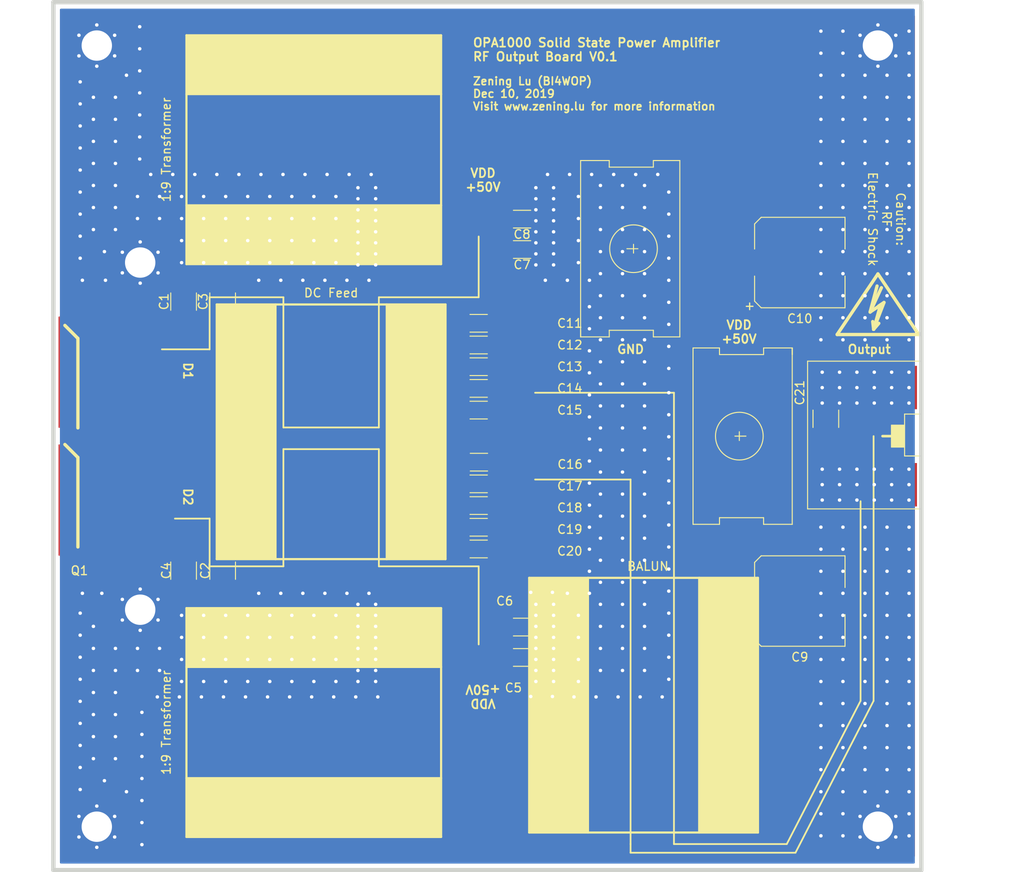
<source format=kicad_pcb>
(kicad_pcb (version 20171130) (host pcbnew "(5.1.4)-1")

  (general
    (thickness 1.6)
    (drawings 53)
    (tracks 512)
    (zones 0)
    (modules 36)
    (nets 10)
  )

  (page A4)
  (layers
    (0 F.Cu signal)
    (31 B.Cu signal)
    (32 B.Adhes user)
    (33 F.Adhes user)
    (34 B.Paste user)
    (35 F.Paste user)
    (36 B.SilkS user)
    (37 F.SilkS user)
    (38 B.Mask user)
    (39 F.Mask user)
    (40 Dwgs.User user)
    (41 Cmts.User user)
    (42 Eco1.User user)
    (43 Eco2.User user)
    (44 Edge.Cuts user)
    (45 Margin user)
    (46 B.CrtYd user)
    (47 F.CrtYd user)
    (48 B.Fab user)
    (49 F.Fab user)
  )

  (setup
    (last_trace_width 0.25)
    (trace_clearance 0.2)
    (zone_clearance 1.5)
    (zone_45_only no)
    (trace_min 0.2)
    (via_size 0.8)
    (via_drill 0.4)
    (via_min_size 0.4)
    (via_min_drill 0.3)
    (uvia_size 0.3)
    (uvia_drill 0.1)
    (uvias_allowed no)
    (uvia_min_size 0.2)
    (uvia_min_drill 0.1)
    (edge_width 0.5)
    (segment_width 0.2)
    (pcb_text_width 0.3)
    (pcb_text_size 1.5 1.5)
    (mod_edge_width 0.2)
    (mod_text_size 1 1)
    (mod_text_width 0.15)
    (pad_size 1.524 1.524)
    (pad_drill 0.762)
    (pad_to_mask_clearance 0.051)
    (solder_mask_min_width 0.25)
    (aux_axis_origin 0 0)
    (visible_elements FFFFFF7F)
    (pcbplotparams
      (layerselection 0x010fc_ffffffff)
      (usegerberextensions false)
      (usegerberattributes false)
      (usegerberadvancedattributes false)
      (creategerberjobfile false)
      (excludeedgelayer true)
      (linewidth 0.100000)
      (plotframeref false)
      (viasonmask false)
      (mode 1)
      (useauxorigin false)
      (hpglpennumber 1)
      (hpglpenspeed 20)
      (hpglpendiameter 15.000000)
      (psnegative false)
      (psa4output false)
      (plotreference true)
      (plotvalue true)
      (plotinvisibletext false)
      (padsonsilk false)
      (subtractmaskfromsilk false)
      (outputformat 1)
      (mirror false)
      (drillshape 1)
      (scaleselection 1)
      (outputdirectory ""))
  )

  (net 0 "")
  (net 1 GNDPWR)
  (net 2 VDD)
  (net 3 "Net-(C11-Pad2)")
  (net 4 "Net-(C11-Pad1)")
  (net 5 "Net-(C16-Pad2)")
  (net 6 "Net-(C16-Pad1)")
  (net 7 "Net-(C21-Pad1)")
  (net 8 D1)
  (net 9 D2)

  (net_class Default "This is the default net class."
    (clearance 0.2)
    (trace_width 0.25)
    (via_dia 0.8)
    (via_drill 0.4)
    (uvia_dia 0.3)
    (uvia_drill 0.1)
    (add_net D1)
    (add_net D2)
    (add_net GNDPWR)
    (add_net "Net-(C11-Pad1)")
    (add_net "Net-(C11-Pad2)")
    (add_net "Net-(C16-Pad1)")
    (add_net "Net-(C16-Pad2)")
    (add_net "Net-(C21-Pad1)")
    (add_net VDD)
  )

  (module MyPCBLib:BLF188XR (layer F.Cu) (tedit 5DEF3BDE) (tstamp 5DEE4E04)
    (at 44.196 100 270)
    (path /5DE6F18F)
    (fp_text reference Q1 (at 15.5 -8.804 180) (layer F.SilkS)
      (effects (font (size 1 1) (thickness 0.15)))
    )
    (fp_text value BLF188XR (at 0.1 -0.5 90) (layer F.Fab)
      (effects (font (size 1 1) (thickness 0.15)))
    )
    (fp_line (start 2.461 -8.627) (end 0.961 -7.127) (layer F.SilkS) (width 0.381))
    (fp_line (start 12.771 -8.627) (end 2.461 -8.627) (layer F.SilkS) (width 0.381))
    (fp_line (start -11.259 -8.627) (end -12.759 -7.127) (layer F.SilkS) (width 0.381))
    (fp_line (start -0.949 -8.627) (end -11.259 -8.627) (layer F.SilkS) (width 0.381))
    (pad 2 smd rect (at 7.366 -9.144 270) (size 12.8 5.5) (layers F.Cu F.Paste F.Mask)
      (net 9 D2))
    (pad 1 smd rect (at -7.366 -9.144 270) (size 12.8 5.5) (layers F.Cu F.Paste F.Mask)
      (net 8 D1))
  )

  (module MyPCBLib:Symbol_HighVoltage_Type2_SilkTop_VerySmall (layer F.Cu) (tedit 5DEF3A2D) (tstamp 5DEF53A0)
    (at 145 85.5)
    (descr "Symbol, High Voltage, Type 2, Copper Top, Very Small,")
    (tags "Symbol, High Voltage, Type 2, Copper Top, Very Small,")
    (fp_text reference SYM1 (at -0.127 -5.715) (layer F.SilkS) hide
      (effects (font (size 1 1) (thickness 0.15)))
    )
    (fp_text value Symbol_HighVoltage_Type2_SilkTop_VerySmall (at -0.381 4.572) (layer F.Fab)
      (effects (font (size 1 1) (thickness 0.15)))
    )
    (fp_line (start -0.49784 2.19964) (end 0.70104 -0.89916) (layer F.SilkS) (width 0.381))
    (fp_line (start 0.70104 -0.89916) (end 0.1016 -0.50038) (layer F.SilkS) (width 0.381))
    (fp_line (start -0.89916 0.20066) (end 0.40132 -2.60096) (layer F.SilkS) (width 0.381))
    (fp_line (start -0.49784 2.19964) (end 0.1016 1.50114) (layer F.SilkS) (width 0.381))
    (fp_line (start -0.09906 -2.79908) (end -0.89916 0.20066) (layer F.SilkS) (width 0.381))
    (fp_line (start -0.89916 0.20066) (end 0.29972 -0.59944) (layer F.SilkS) (width 0.381))
    (fp_line (start 0.29972 -0.59944) (end -0.49784 2.19964) (layer F.SilkS) (width 0.381))
    (fp_line (start -0.49784 2.19964) (end -0.59944 1.30048) (layer F.SilkS) (width 0.381))
    (fp_line (start 0 -4.191) (end 4.699 2.794) (layer F.SilkS) (width 0.381))
    (fp_line (start 4.699 2.794) (end -4.699 2.794) (layer F.SilkS) (width 0.381))
    (fp_line (start -4.699 2.794) (end 0 -4.191) (layer F.SilkS) (width 0.381))
  )

  (module MyPCBLib:Laird_28B1020_100 (layer F.Cu) (tedit 5DEE529A) (tstamp 5DEEEBAB)
    (at 118 131 270)
    (fp_text reference BALUN (at -16 -0.5 180) (layer F.SilkS)
      (effects (font (size 1 1) (thickness 0.15)))
    )
    (fp_text value Laird_28B1020_100 (at 0 -0.5 90) (layer F.Fab)
      (effects (font (size 1 1) (thickness 0.15)))
    )
    (fp_poly (pts (xy -14.67 13.18) (xy -14.67 6.41) (xy 14.67 6.41) (xy 14.67 13.18)) (layer F.SilkS) (width 0.1))
    (fp_poly (pts (xy -14.67 -6.41) (xy -14.67 -13.18) (xy 14.67 -13.18) (xy 14.67 -6.41)) (layer F.SilkS) (width 0.1))
    (fp_line (start -14.67 6.41) (end 14.67 6.41) (layer F.SilkS) (width 0.25))
    (fp_line (start -14.67 -6.41) (end 14.67 -6.41) (layer F.SilkS) (width 0.25))
    (fp_line (start -14.67 13.18) (end -14.67 -13.18) (layer F.SilkS) (width 0.25))
    (fp_line (start -14.67 -13.18) (end 14.67 -13.18) (layer F.SilkS) (width 0.25))
    (fp_line (start 14.67 13.18) (end 14.67 -13.18) (layer F.SilkS) (width 0.25))
    (fp_line (start -14.67 13.18) (end 14.67 13.18) (layer F.SilkS) (width 0.25))
  )

  (module MyPCBLib:PCB-10B-M4 (layer F.Cu) (tedit 5DEBDF7C) (tstamp 5DEF6553)
    (at 116.586 78.406 90)
    (path /5DFE471D)
    (fp_text reference J3 (at 0 -7.366 90) (layer F.SilkS) hide
      (effects (font (size 1 1) (thickness 0.15)))
    )
    (fp_text value GND (at 0 -0.5 90) (layer F.Fab)
      (effects (font (size 1 1) (thickness 0.15)))
    )
    (fp_line (start 0 -0.508) (end 0 0.762) (layer F.SilkS) (width 0.12))
    (fp_line (start -0.508 0.254) (end 0.508 0.254) (layer F.SilkS) (width 0.12))
    (fp_line (start 10.16 -5.842) (end -10.16 -5.842) (layer F.SilkS) (width 0.12))
    (fp_line (start 10.16 -2.54) (end 10.16 -5.842) (layer F.SilkS) (width 0.12))
    (fp_line (start 9.398 -2.54) (end 10.16 -2.54) (layer F.SilkS) (width 0.12))
    (fp_line (start 9.398 2.54) (end 9.398 -2.54) (layer F.SilkS) (width 0.12))
    (fp_line (start 10.16 2.54) (end 9.398 2.54) (layer F.SilkS) (width 0.12))
    (fp_line (start 10.16 5.588) (end 10.16 2.54) (layer F.SilkS) (width 0.12))
    (fp_line (start -10.16 5.588) (end 10.16 5.588) (layer F.SilkS) (width 0.12))
    (fp_line (start -10.16 2.54) (end -10.16 5.588) (layer F.SilkS) (width 0.12))
    (fp_line (start -9.398 2.54) (end -10.16 2.54) (layer F.SilkS) (width 0.12))
    (fp_line (start -9.398 -2.54) (end -9.398 2.54) (layer F.SilkS) (width 0.12))
    (fp_line (start -10.16 -2.54) (end -9.398 -2.54) (layer F.SilkS) (width 0.12))
    (fp_line (start -10.16 -5.842) (end -10.16 -2.54) (layer F.SilkS) (width 0.12))
    (fp_line (start -9.398 -5.842) (end -10.16 -5.842) (layer F.SilkS) (width 0.12))
    (fp_circle (center 0 0.254) (end -2.286 -1.27) (layer F.SilkS) (width 0.12))
    (pad 1 connect rect (at 5 0 90) (size 8 11) (layers F.Cu F.Mask)
      (net 1 GNDPWR))
    (pad 1 connect rect (at -5 0 90) (size 8 11) (layers F.Cu F.Mask)
      (net 1 GNDPWR))
  )

  (module MyPCBLib:Laird_28B1020_100 (layer F.Cu) (tedit 5DEE529A) (tstamp 5DEEC062)
    (at 82 99.5 270)
    (fp_text reference "DC Feed" (at -16 0 180) (layer F.SilkS)
      (effects (font (size 1 1) (thickness 0.15)))
    )
    (fp_text value Laird_28B1020_100 (at 0 -0.5 90) (layer F.Fab)
      (effects (font (size 1 1) (thickness 0.15)))
    )
    (fp_line (start -14.67 13.18) (end 14.67 13.18) (layer F.SilkS) (width 0.25))
    (fp_line (start 14.67 13.18) (end 14.67 -13.18) (layer F.SilkS) (width 0.25))
    (fp_line (start -14.67 -13.18) (end 14.67 -13.18) (layer F.SilkS) (width 0.25))
    (fp_line (start -14.67 13.18) (end -14.67 -13.18) (layer F.SilkS) (width 0.25))
    (fp_line (start -14.67 -6.41) (end 14.67 -6.41) (layer F.SilkS) (width 0.25))
    (fp_line (start -14.67 6.41) (end 14.67 6.41) (layer F.SilkS) (width 0.25))
    (fp_poly (pts (xy -14.67 -6.41) (xy -14.67 -13.18) (xy 14.67 -13.18) (xy 14.67 -6.41)) (layer F.SilkS) (width 0.1))
    (fp_poly (pts (xy -14.67 13.18) (xy -14.67 6.41) (xy 14.67 6.41) (xy 14.67 13.18)) (layer F.SilkS) (width 0.1))
  )

  (module MyPCBLib:Laird_28B1020_100 (layer F.Cu) (tedit 5DEE529A) (tstamp 5DEEC062)
    (at 80 133)
    (fp_text reference "1:9 Transformer" (at -17 0 90) (layer F.SilkS)
      (effects (font (size 1 1) (thickness 0.15)))
    )
    (fp_text value Laird_28B1020_100 (at 0 -0.5) (layer F.Fab)
      (effects (font (size 1 1) (thickness 0.15)))
    )
    (fp_line (start -14.67 13.18) (end 14.67 13.18) (layer F.SilkS) (width 0.25))
    (fp_line (start 14.67 13.18) (end 14.67 -13.18) (layer F.SilkS) (width 0.25))
    (fp_line (start -14.67 -13.18) (end 14.67 -13.18) (layer F.SilkS) (width 0.25))
    (fp_line (start -14.67 13.18) (end -14.67 -13.18) (layer F.SilkS) (width 0.25))
    (fp_line (start -14.67 -6.41) (end 14.67 -6.41) (layer F.SilkS) (width 0.25))
    (fp_line (start -14.67 6.41) (end 14.67 6.41) (layer F.SilkS) (width 0.25))
    (fp_poly (pts (xy -14.67 -6.41) (xy -14.67 -13.18) (xy 14.67 -13.18) (xy 14.67 -6.41)) (layer F.SilkS) (width 0.1))
    (fp_poly (pts (xy -14.67 13.18) (xy -14.67 6.41) (xy 14.67 6.41) (xy 14.67 13.18)) (layer F.SilkS) (width 0.1))
  )

  (module MyPCBLib:Laird_28B1020_100 (layer F.Cu) (tedit 5DEE529A) (tstamp 5DEEC04B)
    (at 80 67)
    (fp_text reference "1:9 Transformer" (at -17 0 90) (layer F.SilkS)
      (effects (font (size 1 1) (thickness 0.15)))
    )
    (fp_text value Laird_28B1020_100 (at 0 -0.5) (layer F.Fab)
      (effects (font (size 1 1) (thickness 0.15)))
    )
    (fp_poly (pts (xy -14.67 13.18) (xy -14.67 6.41) (xy 14.67 6.41) (xy 14.67 13.18)) (layer F.SilkS) (width 0.1))
    (fp_poly (pts (xy -14.67 -6.41) (xy -14.67 -13.18) (xy 14.67 -13.18) (xy 14.67 -6.41)) (layer F.SilkS) (width 0.1))
    (fp_line (start -14.67 6.41) (end 14.67 6.41) (layer F.SilkS) (width 0.25))
    (fp_line (start -14.67 -6.41) (end 14.67 -6.41) (layer F.SilkS) (width 0.25))
    (fp_line (start -14.67 13.18) (end -14.67 -13.18) (layer F.SilkS) (width 0.25))
    (fp_line (start -14.67 -13.18) (end 14.67 -13.18) (layer F.SilkS) (width 0.25))
    (fp_line (start 14.67 13.18) (end 14.67 -13.18) (layer F.SilkS) (width 0.25))
    (fp_line (start -14.67 13.18) (end 14.67 13.18) (layer F.SilkS) (width 0.25))
  )

  (module MyPCBLib:M3_Screwhole (layer F.Cu) (tedit 5CC92DA1) (tstamp 5DEE60AF)
    (at 55 145)
    (path /5DF5FF2F)
    (fp_text reference SC6 (at 0 0.5) (layer F.SilkS) hide
      (effects (font (size 1 1) (thickness 0.15)))
    )
    (fp_text value GND (at 0 -0.5) (layer F.Fab) hide
      (effects (font (size 1 1) (thickness 0.15)))
    )
    (pad 1 thru_hole circle (at 2.05681 -1.1875 300) (size 0.8 0.8) (drill 0.4) (layers *.Cu *.Mask)
      (net 1 GNDPWR))
    (pad 1 thru_hole circle (at 2.05681 1.1875 240) (size 0.8 0.8) (drill 0.4) (layers *.Cu *.Mask)
      (net 1 GNDPWR))
    (pad 1 thru_hole circle (at 0 2.375 180) (size 0.8 0.8) (drill 0.4) (layers *.Cu *.Mask)
      (net 1 GNDPWR))
    (pad 1 thru_hole circle (at -2.05681 1.1875 120) (size 0.8 0.8) (drill 0.4) (layers *.Cu *.Mask)
      (net 1 GNDPWR))
    (pad 1 thru_hole circle (at -2.05681 -1.1875 60) (size 0.8 0.8) (drill 0.4) (layers *.Cu *.Mask)
      (net 1 GNDPWR))
    (pad 1 thru_hole circle (at 0 -2.375) (size 0.8 0.8) (drill 0.4) (layers *.Cu *.Mask)
      (net 1 GNDPWR))
    (pad 1 thru_hole circle (at 0 0) (size 6 6) (drill 3.5) (layers *.Cu *.Mask)
      (net 1 GNDPWR))
  )

  (module MyPCBLib:M3_Screwhole (layer F.Cu) (tedit 5CC92DA1) (tstamp 5DEE60A4)
    (at 55 55)
    (path /5DF5FF29)
    (fp_text reference SC5 (at 0 0.5) (layer F.SilkS) hide
      (effects (font (size 1 1) (thickness 0.15)))
    )
    (fp_text value GND (at 0 -0.5) (layer F.Fab) hide
      (effects (font (size 1 1) (thickness 0.15)))
    )
    (pad 1 thru_hole circle (at 2.05681 -1.1875 300) (size 0.8 0.8) (drill 0.4) (layers *.Cu *.Mask)
      (net 1 GNDPWR))
    (pad 1 thru_hole circle (at 2.05681 1.1875 240) (size 0.8 0.8) (drill 0.4) (layers *.Cu *.Mask)
      (net 1 GNDPWR))
    (pad 1 thru_hole circle (at 0 2.375 180) (size 0.8 0.8) (drill 0.4) (layers *.Cu *.Mask)
      (net 1 GNDPWR))
    (pad 1 thru_hole circle (at -2.05681 1.1875 120) (size 0.8 0.8) (drill 0.4) (layers *.Cu *.Mask)
      (net 1 GNDPWR))
    (pad 1 thru_hole circle (at -2.05681 -1.1875 60) (size 0.8 0.8) (drill 0.4) (layers *.Cu *.Mask)
      (net 1 GNDPWR))
    (pad 1 thru_hole circle (at 0 -2.375) (size 0.8 0.8) (drill 0.4) (layers *.Cu *.Mask)
      (net 1 GNDPWR))
    (pad 1 thru_hole circle (at 0 0) (size 6 6) (drill 3.5) (layers *.Cu *.Mask)
      (net 1 GNDPWR))
  )

  (module MyPCBLib:M3_Screwhole (layer F.Cu) (tedit 5CC92DA1) (tstamp 5DEE6099)
    (at 145 145)
    (path /5DF5FF23)
    (fp_text reference SC4 (at 0 0.5) (layer F.SilkS) hide
      (effects (font (size 1 1) (thickness 0.15)))
    )
    (fp_text value GND (at 0 -0.5) (layer F.Fab) hide
      (effects (font (size 1 1) (thickness 0.15)))
    )
    (pad 1 thru_hole circle (at 2.05681 -1.1875 300) (size 0.8 0.8) (drill 0.4) (layers *.Cu *.Mask)
      (net 1 GNDPWR))
    (pad 1 thru_hole circle (at 2.05681 1.1875 240) (size 0.8 0.8) (drill 0.4) (layers *.Cu *.Mask)
      (net 1 GNDPWR))
    (pad 1 thru_hole circle (at 0 2.375 180) (size 0.8 0.8) (drill 0.4) (layers *.Cu *.Mask)
      (net 1 GNDPWR))
    (pad 1 thru_hole circle (at -2.05681 1.1875 120) (size 0.8 0.8) (drill 0.4) (layers *.Cu *.Mask)
      (net 1 GNDPWR))
    (pad 1 thru_hole circle (at -2.05681 -1.1875 60) (size 0.8 0.8) (drill 0.4) (layers *.Cu *.Mask)
      (net 1 GNDPWR))
    (pad 1 thru_hole circle (at 0 -2.375) (size 0.8 0.8) (drill 0.4) (layers *.Cu *.Mask)
      (net 1 GNDPWR))
    (pad 1 thru_hole circle (at 0 0) (size 6 6) (drill 3.5) (layers *.Cu *.Mask)
      (net 1 GNDPWR))
  )

  (module MyPCBLib:M3_Screwhole (layer F.Cu) (tedit 5CC92DA1) (tstamp 5DEE608E)
    (at 60 120)
    (path /5DF5F324)
    (fp_text reference SC3 (at 0 0.5) (layer F.SilkS) hide
      (effects (font (size 1 1) (thickness 0.15)))
    )
    (fp_text value GND (at 0 -0.5) (layer F.Fab) hide
      (effects (font (size 1 1) (thickness 0.15)))
    )
    (pad 1 thru_hole circle (at 2.05681 -1.1875 300) (size 0.8 0.8) (drill 0.4) (layers *.Cu *.Mask)
      (net 1 GNDPWR))
    (pad 1 thru_hole circle (at 2.05681 1.1875 240) (size 0.8 0.8) (drill 0.4) (layers *.Cu *.Mask)
      (net 1 GNDPWR))
    (pad 1 thru_hole circle (at 0 2.375 180) (size 0.8 0.8) (drill 0.4) (layers *.Cu *.Mask)
      (net 1 GNDPWR))
    (pad 1 thru_hole circle (at -2.05681 1.1875 120) (size 0.8 0.8) (drill 0.4) (layers *.Cu *.Mask)
      (net 1 GNDPWR))
    (pad 1 thru_hole circle (at -2.05681 -1.1875 60) (size 0.8 0.8) (drill 0.4) (layers *.Cu *.Mask)
      (net 1 GNDPWR))
    (pad 1 thru_hole circle (at 0 -2.375) (size 0.8 0.8) (drill 0.4) (layers *.Cu *.Mask)
      (net 1 GNDPWR))
    (pad 1 thru_hole circle (at 0 0) (size 6 6) (drill 3.5) (layers *.Cu *.Mask)
      (net 1 GNDPWR))
  )

  (module MyPCBLib:M3_Screwhole (layer F.Cu) (tedit 5CC92DA1) (tstamp 5DEE6083)
    (at 145 55)
    (path /5DF5F049)
    (fp_text reference SC2 (at 0 0.5) (layer F.SilkS) hide
      (effects (font (size 1 1) (thickness 0.15)))
    )
    (fp_text value GND (at 0 -0.5) (layer F.Fab) hide
      (effects (font (size 1 1) (thickness 0.15)))
    )
    (pad 1 thru_hole circle (at 2.05681 -1.1875 300) (size 0.8 0.8) (drill 0.4) (layers *.Cu *.Mask)
      (net 1 GNDPWR))
    (pad 1 thru_hole circle (at 2.05681 1.1875 240) (size 0.8 0.8) (drill 0.4) (layers *.Cu *.Mask)
      (net 1 GNDPWR))
    (pad 1 thru_hole circle (at 0 2.375 180) (size 0.8 0.8) (drill 0.4) (layers *.Cu *.Mask)
      (net 1 GNDPWR))
    (pad 1 thru_hole circle (at -2.05681 1.1875 120) (size 0.8 0.8) (drill 0.4) (layers *.Cu *.Mask)
      (net 1 GNDPWR))
    (pad 1 thru_hole circle (at -2.05681 -1.1875 60) (size 0.8 0.8) (drill 0.4) (layers *.Cu *.Mask)
      (net 1 GNDPWR))
    (pad 1 thru_hole circle (at 0 -2.375) (size 0.8 0.8) (drill 0.4) (layers *.Cu *.Mask)
      (net 1 GNDPWR))
    (pad 1 thru_hole circle (at 0 0) (size 6 6) (drill 3.5) (layers *.Cu *.Mask)
      (net 1 GNDPWR))
  )

  (module MyPCBLib:M3_Screwhole (layer F.Cu) (tedit 5CC92DA1) (tstamp 5DEE6078)
    (at 60 80)
    (path /5DF5E25C)
    (fp_text reference SC1 (at 0 0.5) (layer F.SilkS) hide
      (effects (font (size 1 1) (thickness 0.15)))
    )
    (fp_text value GND (at 0 -0.5) (layer F.Fab) hide
      (effects (font (size 1 1) (thickness 0.15)))
    )
    (pad 1 thru_hole circle (at 2.05681 -1.1875 300) (size 0.8 0.8) (drill 0.4) (layers *.Cu *.Mask)
      (net 1 GNDPWR))
    (pad 1 thru_hole circle (at 2.05681 1.1875 240) (size 0.8 0.8) (drill 0.4) (layers *.Cu *.Mask)
      (net 1 GNDPWR))
    (pad 1 thru_hole circle (at 0 2.375 180) (size 0.8 0.8) (drill 0.4) (layers *.Cu *.Mask)
      (net 1 GNDPWR))
    (pad 1 thru_hole circle (at -2.05681 1.1875 120) (size 0.8 0.8) (drill 0.4) (layers *.Cu *.Mask)
      (net 1 GNDPWR))
    (pad 1 thru_hole circle (at -2.05681 -1.1875 60) (size 0.8 0.8) (drill 0.4) (layers *.Cu *.Mask)
      (net 1 GNDPWR))
    (pad 1 thru_hole circle (at 0 -2.375) (size 0.8 0.8) (drill 0.4) (layers *.Cu *.Mask)
      (net 1 GNDPWR))
    (pad 1 thru_hole circle (at 0 0) (size 6 6) (drill 3.5) (layers *.Cu *.Mask)
      (net 1 GNDPWR))
  )

  (module Capacitors_SMD:CP_Elec_10x10.5 (layer F.Cu) (tedit 58AA917F) (tstamp 5DEE6CA6)
    (at 136 119)
    (descr "SMT capacitor, aluminium electrolytic, 10x10.5")
    (path /5DF4FEFD)
    (attr smd)
    (fp_text reference C9 (at 0 6.46) (layer F.SilkS)
      (effects (font (size 1 1) (thickness 0.15)))
    )
    (fp_text value "220uF 100V" (at 0 -6.46) (layer F.Fab)
      (effects (font (size 1 1) (thickness 0.15)))
    )
    (fp_line (start 6.25 5.3) (end -6.25 5.3) (layer F.CrtYd) (width 0.05))
    (fp_line (start 6.25 5.3) (end 6.25 -5.31) (layer F.CrtYd) (width 0.05))
    (fp_line (start -6.25 -5.31) (end -6.25 5.3) (layer F.CrtYd) (width 0.05))
    (fp_line (start -6.25 -5.31) (end 6.25 -5.31) (layer F.CrtYd) (width 0.05))
    (fp_line (start -4.45 -5.21) (end 5.21 -5.21) (layer F.SilkS) (width 0.12))
    (fp_line (start -5.21 -4.45) (end -4.45 -5.21) (layer F.SilkS) (width 0.12))
    (fp_line (start -4.45 5.21) (end -5.21 4.45) (layer F.SilkS) (width 0.12))
    (fp_line (start 5.21 5.21) (end -4.45 5.21) (layer F.SilkS) (width 0.12))
    (fp_line (start 5.05 -5.05) (end -4.38 -5.05) (layer F.Fab) (width 0.1))
    (fp_line (start -4.38 -5.05) (end -5.05 -4.38) (layer F.Fab) (width 0.1))
    (fp_line (start -5.05 -4.38) (end -5.05 4.38) (layer F.Fab) (width 0.1))
    (fp_line (start -5.05 4.38) (end -4.38 5.05) (layer F.Fab) (width 0.1))
    (fp_line (start -4.38 5.05) (end 5.05 5.05) (layer F.Fab) (width 0.1))
    (fp_line (start 5.05 5.05) (end 5.05 -5.05) (layer F.Fab) (width 0.1))
    (fp_line (start 5.21 -5.21) (end 5.21 -1.56) (layer F.SilkS) (width 0.12))
    (fp_line (start 5.21 5.21) (end 5.21 1.56) (layer F.SilkS) (width 0.12))
    (fp_line (start -5.21 4.45) (end -5.21 1.56) (layer F.SilkS) (width 0.12))
    (fp_line (start -5.21 -4.45) (end -5.21 -1.56) (layer F.SilkS) (width 0.12))
    (fp_text user %R (at 0 6.46) (layer F.Fab)
      (effects (font (size 1 1) (thickness 0.15)))
    )
    (fp_text user + (at -5.78 4.97) (layer F.SilkS)
      (effects (font (size 1 1) (thickness 0.15)))
    )
    (fp_text user + (at -2.91 -0.08) (layer F.Fab)
      (effects (font (size 1 1) (thickness 0.15)))
    )
    (fp_circle (center 0 0) (end 0 5) (layer F.Fab) (width 0.1))
    (pad 2 smd rect (at 4 0 180) (size 4 2.5) (layers F.Cu F.Paste F.Mask)
      (net 1 GNDPWR))
    (pad 1 smd rect (at -4 0 180) (size 4 2.5) (layers F.Cu F.Paste F.Mask)
      (net 2 VDD))
    (model Capacitors_SMD.3dshapes/CP_Elec_10x10.5.wrl
      (at (xyz 0 0 0))
      (scale (xyz 1 1 1))
      (rotate (xyz 0 0 180))
    )
  )

  (module MyPCBLib:PCB-10B-M4 (layer F.Cu) (tedit 5DEBDF7C) (tstamp 5DEE4B1E)
    (at 129.286 100 270)
    (path /5DF46B2F)
    (fp_text reference J2 (at -22 20.786 90) (layer F.SilkS) hide
      (effects (font (size 1 1) (thickness 0.15)))
    )
    (fp_text value "VDD in" (at 0 -0.5 90) (layer F.Fab)
      (effects (font (size 1 1) (thickness 0.15)))
    )
    (fp_line (start 0 -0.508) (end 0 0.762) (layer F.SilkS) (width 0.12))
    (fp_line (start -0.508 0.254) (end 0.508 0.254) (layer F.SilkS) (width 0.12))
    (fp_line (start 10.16 -5.842) (end -10.16 -5.842) (layer F.SilkS) (width 0.12))
    (fp_line (start 10.16 -2.54) (end 10.16 -5.842) (layer F.SilkS) (width 0.12))
    (fp_line (start 9.398 -2.54) (end 10.16 -2.54) (layer F.SilkS) (width 0.12))
    (fp_line (start 9.398 2.54) (end 9.398 -2.54) (layer F.SilkS) (width 0.12))
    (fp_line (start 10.16 2.54) (end 9.398 2.54) (layer F.SilkS) (width 0.12))
    (fp_line (start 10.16 5.588) (end 10.16 2.54) (layer F.SilkS) (width 0.12))
    (fp_line (start -10.16 5.588) (end 10.16 5.588) (layer F.SilkS) (width 0.12))
    (fp_line (start -10.16 2.54) (end -10.16 5.588) (layer F.SilkS) (width 0.12))
    (fp_line (start -9.398 2.54) (end -10.16 2.54) (layer F.SilkS) (width 0.12))
    (fp_line (start -9.398 -2.54) (end -9.398 2.54) (layer F.SilkS) (width 0.12))
    (fp_line (start -10.16 -2.54) (end -9.398 -2.54) (layer F.SilkS) (width 0.12))
    (fp_line (start -10.16 -5.842) (end -10.16 -2.54) (layer F.SilkS) (width 0.12))
    (fp_line (start -9.398 -5.842) (end -10.16 -5.842) (layer F.SilkS) (width 0.12))
    (fp_circle (center 0 0.254) (end -2.286 -1.27) (layer F.SilkS) (width 0.12))
    (pad 1 connect rect (at 5 0 270) (size 8 11) (layers F.Cu F.Mask)
      (net 2 VDD))
    (pad 1 connect rect (at -5 0 270) (size 8 11) (layers F.Cu F.Mask)
      (net 2 VDD))
  )

  (module MyPCBLib:RF_conn_pad (layer F.Cu) (tedit 5DEC7D92) (tstamp 5DEE4F40)
    (at 143.5 100 180)
    (path /5E02A994)
    (fp_text reference J1 (at 0.254 -9.144) (layer F.SilkS) hide
      (effects (font (size 1 1) (thickness 0.15)))
    )
    (fp_text value Conn_Coaxial (at 0 -0.5) (layer F.Fab)
      (effects (font (size 1 1) (thickness 0.15)))
    )
    (fp_line (start -6.35 -2.286) (end -6.35 2.54) (layer F.SilkS) (width 0.12))
    (fp_poly (pts (xy -4.572 -1.27) (xy -3.048 -1.27) (xy -3.048 1.27) (xy -4.572 1.27)) (layer F.SilkS) (width 0.1))
    (fp_line (start -3.048 0) (end -2.032 0) (layer F.SilkS) (width 0.3))
    (fp_line (start 6.604 -8.382) (end -6.35 -8.382) (layer F.SilkS) (width 0.12))
    (fp_line (start 6.604 8.636) (end 6.604 -8.382) (layer F.SilkS) (width 0.12))
    (fp_line (start -6.35 8.636) (end 6.604 8.636) (layer F.SilkS) (width 0.12))
    (fp_line (start -6.35 2.54) (end -6.35 8.636) (layer F.SilkS) (width 0.12))
    (fp_line (start -4.572 2.54) (end -6.35 2.54) (layer F.SilkS) (width 0.12))
    (fp_line (start -4.572 -2.286) (end -4.572 2.54) (layer F.SilkS) (width 0.12))
    (fp_line (start -6.35 -2.286) (end -4.572 -2.286) (layer F.SilkS) (width 0.12))
    (fp_line (start -6.35 -8.382) (end -6.35 -2.286) (layer F.SilkS) (width 0.12))
    (pad 2 thru_hole circle (at 0.92 7.366 180) (size 0.8 0.8) (drill 0.4) (layers *.Cu *.Mask)
      (net 1 GNDPWR))
    (pad 2 thru_hole circle (at 2.92 7.366 180) (size 0.8 0.8) (drill 0.4) (layers *.Cu *.Mask)
      (net 1 GNDPWR))
    (pad 2 thru_hole circle (at 4.92 5.588 180) (size 0.8 0.8) (drill 0.4) (layers *.Cu *.Mask)
      (net 1 GNDPWR))
    (pad 2 thru_hole circle (at 2.92 5.588 180) (size 0.8 0.8) (drill 0.4) (layers *.Cu *.Mask)
      (net 1 GNDPWR))
    (pad 2 thru_hole circle (at -1.08 3.81 180) (size 0.8 0.8) (drill 0.4) (layers *.Cu *.Mask)
      (net 1 GNDPWR))
    (pad 2 thru_hole circle (at 0.92 5.588 180) (size 0.8 0.8) (drill 0.4) (layers *.Cu *.Mask)
      (net 1 GNDPWR))
    (pad 2 thru_hole circle (at -5.08 7.366 180) (size 0.8 0.8) (drill 0.4) (layers *.Cu *.Mask)
      (net 1 GNDPWR))
    (pad 2 thru_hole circle (at 4.92 7.366 180) (size 0.8 0.8) (drill 0.4) (layers *.Cu *.Mask)
      (net 1 GNDPWR))
    (pad 2 thru_hole circle (at -5.08 3.81 180) (size 0.8 0.8) (drill 0.4) (layers *.Cu *.Mask)
      (net 1 GNDPWR))
    (pad 2 thru_hole circle (at -3.08 3.81 180) (size 0.8 0.8) (drill 0.4) (layers *.Cu *.Mask)
      (net 1 GNDPWR))
    (pad 2 thru_hole circle (at 2.92 3.81 180) (size 0.8 0.8) (drill 0.4) (layers *.Cu *.Mask)
      (net 1 GNDPWR))
    (pad 2 thru_hole circle (at -5.08 5.588 180) (size 0.8 0.8) (drill 0.4) (layers *.Cu *.Mask)
      (net 1 GNDPWR))
    (pad 2 thru_hole circle (at -3.08 5.588 180) (size 0.8 0.8) (drill 0.4) (layers *.Cu *.Mask)
      (net 1 GNDPWR))
    (pad 2 thru_hole circle (at 0.92 3.81 180) (size 0.8 0.8) (drill 0.4) (layers *.Cu *.Mask)
      (net 1 GNDPWR))
    (pad 2 thru_hole circle (at -1.08 7.366 180) (size 0.8 0.8) (drill 0.4) (layers *.Cu *.Mask)
      (net 1 GNDPWR))
    (pad 2 thru_hole circle (at -3.08 7.366 180) (size 0.8 0.8) (drill 0.4) (layers *.Cu *.Mask)
      (net 1 GNDPWR))
    (pad 2 thru_hole circle (at 4.92 3.81 180) (size 0.8 0.8) (drill 0.4) (layers *.Cu *.Mask)
      (net 1 GNDPWR))
    (pad 2 thru_hole circle (at -1.08 5.588 180) (size 0.8 0.8) (drill 0.4) (layers *.Cu *.Mask)
      (net 1 GNDPWR))
    (pad 2 thru_hole circle (at -3.08 -5.588 180) (size 0.8 0.8) (drill 0.4) (layers *.Cu *.Mask)
      (net 1 GNDPWR))
    (pad 2 thru_hole circle (at -1.08 -5.588 180) (size 0.8 0.8) (drill 0.4) (layers *.Cu *.Mask)
      (net 1 GNDPWR))
    (pad 2 thru_hole circle (at 2.92 -5.588 180) (size 0.8 0.8) (drill 0.4) (layers *.Cu *.Mask)
      (net 1 GNDPWR))
    (pad 2 thru_hole circle (at 4.92 -5.588 180) (size 0.8 0.8) (drill 0.4) (layers *.Cu *.Mask)
      (net 1 GNDPWR))
    (pad 2 thru_hole circle (at -5.08 -5.588 180) (size 0.8 0.8) (drill 0.4) (layers *.Cu *.Mask)
      (net 1 GNDPWR))
    (pad 2 thru_hole circle (at 0.92 -5.588 180) (size 0.8 0.8) (drill 0.4) (layers *.Cu *.Mask)
      (net 1 GNDPWR))
    (pad 2 thru_hole circle (at -3.08 -3.81 180) (size 0.8 0.8) (drill 0.4) (layers *.Cu *.Mask)
      (net 1 GNDPWR))
    (pad 2 thru_hole circle (at -1.08 -3.81 180) (size 0.8 0.8) (drill 0.4) (layers *.Cu *.Mask)
      (net 1 GNDPWR))
    (pad 2 thru_hole circle (at 2.92 -3.81 180) (size 0.8 0.8) (drill 0.4) (layers *.Cu *.Mask)
      (net 1 GNDPWR))
    (pad 2 thru_hole circle (at 4.92 -3.81 180) (size 0.8 0.8) (drill 0.4) (layers *.Cu *.Mask)
      (net 1 GNDPWR))
    (pad 2 thru_hole circle (at -5.08 -3.81 180) (size 0.8 0.8) (drill 0.4) (layers *.Cu *.Mask)
      (net 1 GNDPWR))
    (pad 2 thru_hole circle (at 0.92 -3.81 180) (size 0.8 0.8) (drill 0.4) (layers *.Cu *.Mask)
      (net 1 GNDPWR))
    (pad 2 thru_hole circle (at 4.92 -7.366 180) (size 0.8 0.8) (drill 0.4) (layers *.Cu *.Mask)
      (net 1 GNDPWR))
    (pad 2 thru_hole circle (at 2.92 -7.366 180) (size 0.8 0.8) (drill 0.4) (layers *.Cu *.Mask)
      (net 1 GNDPWR))
    (pad 2 thru_hole circle (at 0.92 -7.366 180) (size 0.8 0.8) (drill 0.4) (layers *.Cu *.Mask)
      (net 1 GNDPWR))
    (pad 2 thru_hole circle (at -1.08 -7.366 180) (size 0.8 0.8) (drill 0.4) (layers *.Cu *.Mask)
      (net 1 GNDPWR))
    (pad 2 thru_hole circle (at -3.08 -7.366 180) (size 0.8 0.8) (drill 0.4) (layers *.Cu *.Mask)
      (net 1 GNDPWR))
    (pad 2 thru_hole circle (at -5.08 -7.366 180) (size 0.8 0.8) (drill 0.4) (layers *.Cu *.Mask)
      (net 1 GNDPWR))
    (pad 2 connect rect (at 0 5.6 180) (size 12 5) (layers F.Cu F.Mask)
      (net 1 GNDPWR))
    (pad 2 connect rect (at 0 -5.6 180) (size 12 5) (layers F.Cu F.Mask)
      (net 1 GNDPWR))
    (pad 1 connect rect (at 2 0 180) (size 8 2.5) (layers F.Cu F.Mask)
      (net 7 "Net-(C21-Pad1)"))
  )

  (module Capacitors_SMD:C_1210_HandSoldering (layer F.Cu) (tedit 58AA84FB) (tstamp 5DEE2654)
    (at 139 98 90)
    (descr "Capacitor SMD 1210, hand soldering")
    (tags "capacitor 1210")
    (path /5E0392AB)
    (attr smd)
    (fp_text reference C21 (at 3 -3 90) (layer F.SilkS)
      (effects (font (size 1 1) (thickness 0.15)))
    )
    (fp_text value 30pF (at 0 2.5 90) (layer F.Fab)
      (effects (font (size 1 1) (thickness 0.15)))
    )
    (fp_text user %R (at 0 -2.25 90) (layer F.Fab)
      (effects (font (size 1 1) (thickness 0.15)))
    )
    (fp_line (start -1.6 1.25) (end -1.6 -1.25) (layer F.Fab) (width 0.1))
    (fp_line (start 1.6 1.25) (end -1.6 1.25) (layer F.Fab) (width 0.1))
    (fp_line (start 1.6 -1.25) (end 1.6 1.25) (layer F.Fab) (width 0.1))
    (fp_line (start -1.6 -1.25) (end 1.6 -1.25) (layer F.Fab) (width 0.1))
    (fp_line (start 1 -1.48) (end -1 -1.48) (layer F.SilkS) (width 0.12))
    (fp_line (start -1 1.48) (end 1 1.48) (layer F.SilkS) (width 0.12))
    (fp_line (start -3.25 -1.5) (end 3.25 -1.5) (layer F.CrtYd) (width 0.05))
    (fp_line (start -3.25 -1.5) (end -3.25 1.5) (layer F.CrtYd) (width 0.05))
    (fp_line (start 3.25 1.5) (end 3.25 -1.5) (layer F.CrtYd) (width 0.05))
    (fp_line (start 3.25 1.5) (end -3.25 1.5) (layer F.CrtYd) (width 0.05))
    (pad 1 smd rect (at -2 0 90) (size 2 2.5) (layers F.Cu F.Paste F.Mask)
      (net 7 "Net-(C21-Pad1)"))
    (pad 2 smd rect (at 2 0 90) (size 2 2.5) (layers F.Cu F.Paste F.Mask)
      (net 1 GNDPWR))
    (model Capacitors_SMD.3dshapes/C_1210.wrl
      (at (xyz 0 0 0))
      (scale (xyz 1 1 1))
      (rotate (xyz 0 0 0))
    )
  )

  (module Capacitors_SMD:C_1206_HandSoldering (layer F.Cu) (tedit 58AA84D1) (tstamp 5DEE2643)
    (at 99 113)
    (descr "Capacitor SMD 1206, hand soldering")
    (tags "capacitor 1206")
    (path /5DF71248)
    (attr smd)
    (fp_text reference C20 (at 10.5 0.25) (layer F.SilkS)
      (effects (font (size 1 1) (thickness 0.15)))
    )
    (fp_text value 103 (at 0 2) (layer F.Fab)
      (effects (font (size 1 1) (thickness 0.15)))
    )
    (fp_line (start 3.25 1.05) (end -3.25 1.05) (layer F.CrtYd) (width 0.05))
    (fp_line (start 3.25 1.05) (end 3.25 -1.05) (layer F.CrtYd) (width 0.05))
    (fp_line (start -3.25 -1.05) (end -3.25 1.05) (layer F.CrtYd) (width 0.05))
    (fp_line (start -3.25 -1.05) (end 3.25 -1.05) (layer F.CrtYd) (width 0.05))
    (fp_line (start -1 1.02) (end 1 1.02) (layer F.SilkS) (width 0.12))
    (fp_line (start 1 -1.02) (end -1 -1.02) (layer F.SilkS) (width 0.12))
    (fp_line (start -1.6 -0.8) (end 1.6 -0.8) (layer F.Fab) (width 0.1))
    (fp_line (start 1.6 -0.8) (end 1.6 0.8) (layer F.Fab) (width 0.1))
    (fp_line (start 1.6 0.8) (end -1.6 0.8) (layer F.Fab) (width 0.1))
    (fp_line (start -1.6 0.8) (end -1.6 -0.8) (layer F.Fab) (width 0.1))
    (fp_text user %R (at 0 -1.75) (layer F.Fab)
      (effects (font (size 1 1) (thickness 0.15)))
    )
    (pad 2 smd rect (at 2 0) (size 2 1.6) (layers F.Cu F.Paste F.Mask)
      (net 5 "Net-(C16-Pad2)"))
    (pad 1 smd rect (at -2 0) (size 2 1.6) (layers F.Cu F.Paste F.Mask)
      (net 6 "Net-(C16-Pad1)"))
    (model Capacitors_SMD.3dshapes/C_1206.wrl
      (at (xyz 0 0 0))
      (scale (xyz 1 1 1))
      (rotate (xyz 0 0 0))
    )
  )

  (module Capacitors_SMD:C_1206_HandSoldering (layer F.Cu) (tedit 58AA84D1) (tstamp 5DEE2632)
    (at 99 110.5)
    (descr "Capacitor SMD 1206, hand soldering")
    (tags "capacitor 1206")
    (path /5DF70F37)
    (attr smd)
    (fp_text reference C19 (at 10.5 0.25) (layer F.SilkS)
      (effects (font (size 1 1) (thickness 0.15)))
    )
    (fp_text value 103 (at 0 2) (layer F.Fab)
      (effects (font (size 1 1) (thickness 0.15)))
    )
    (fp_line (start 3.25 1.05) (end -3.25 1.05) (layer F.CrtYd) (width 0.05))
    (fp_line (start 3.25 1.05) (end 3.25 -1.05) (layer F.CrtYd) (width 0.05))
    (fp_line (start -3.25 -1.05) (end -3.25 1.05) (layer F.CrtYd) (width 0.05))
    (fp_line (start -3.25 -1.05) (end 3.25 -1.05) (layer F.CrtYd) (width 0.05))
    (fp_line (start -1 1.02) (end 1 1.02) (layer F.SilkS) (width 0.12))
    (fp_line (start 1 -1.02) (end -1 -1.02) (layer F.SilkS) (width 0.12))
    (fp_line (start -1.6 -0.8) (end 1.6 -0.8) (layer F.Fab) (width 0.1))
    (fp_line (start 1.6 -0.8) (end 1.6 0.8) (layer F.Fab) (width 0.1))
    (fp_line (start 1.6 0.8) (end -1.6 0.8) (layer F.Fab) (width 0.1))
    (fp_line (start -1.6 0.8) (end -1.6 -0.8) (layer F.Fab) (width 0.1))
    (fp_text user %R (at 0 -1.75) (layer F.Fab)
      (effects (font (size 1 1) (thickness 0.15)))
    )
    (pad 2 smd rect (at 2 0) (size 2 1.6) (layers F.Cu F.Paste F.Mask)
      (net 5 "Net-(C16-Pad2)"))
    (pad 1 smd rect (at -2 0) (size 2 1.6) (layers F.Cu F.Paste F.Mask)
      (net 6 "Net-(C16-Pad1)"))
    (model Capacitors_SMD.3dshapes/C_1206.wrl
      (at (xyz 0 0 0))
      (scale (xyz 1 1 1))
      (rotate (xyz 0 0 0))
    )
  )

  (module Capacitors_SMD:C_1206_HandSoldering (layer F.Cu) (tedit 58AA84D1) (tstamp 5DEE2621)
    (at 99 108)
    (descr "Capacitor SMD 1206, hand soldering")
    (tags "capacitor 1206")
    (path /5DF70BCA)
    (attr smd)
    (fp_text reference C18 (at 10.5 0.25) (layer F.SilkS)
      (effects (font (size 1 1) (thickness 0.15)))
    )
    (fp_text value 103 (at 0 2) (layer F.Fab)
      (effects (font (size 1 1) (thickness 0.15)))
    )
    (fp_line (start 3.25 1.05) (end -3.25 1.05) (layer F.CrtYd) (width 0.05))
    (fp_line (start 3.25 1.05) (end 3.25 -1.05) (layer F.CrtYd) (width 0.05))
    (fp_line (start -3.25 -1.05) (end -3.25 1.05) (layer F.CrtYd) (width 0.05))
    (fp_line (start -3.25 -1.05) (end 3.25 -1.05) (layer F.CrtYd) (width 0.05))
    (fp_line (start -1 1.02) (end 1 1.02) (layer F.SilkS) (width 0.12))
    (fp_line (start 1 -1.02) (end -1 -1.02) (layer F.SilkS) (width 0.12))
    (fp_line (start -1.6 -0.8) (end 1.6 -0.8) (layer F.Fab) (width 0.1))
    (fp_line (start 1.6 -0.8) (end 1.6 0.8) (layer F.Fab) (width 0.1))
    (fp_line (start 1.6 0.8) (end -1.6 0.8) (layer F.Fab) (width 0.1))
    (fp_line (start -1.6 0.8) (end -1.6 -0.8) (layer F.Fab) (width 0.1))
    (fp_text user %R (at 0 -1.75) (layer F.Fab)
      (effects (font (size 1 1) (thickness 0.15)))
    )
    (pad 2 smd rect (at 2 0) (size 2 1.6) (layers F.Cu F.Paste F.Mask)
      (net 5 "Net-(C16-Pad2)"))
    (pad 1 smd rect (at -2 0) (size 2 1.6) (layers F.Cu F.Paste F.Mask)
      (net 6 "Net-(C16-Pad1)"))
    (model Capacitors_SMD.3dshapes/C_1206.wrl
      (at (xyz 0 0 0))
      (scale (xyz 1 1 1))
      (rotate (xyz 0 0 0))
    )
  )

  (module Capacitors_SMD:C_1206_HandSoldering (layer F.Cu) (tedit 58AA84D1) (tstamp 5DEE2610)
    (at 99 105.5)
    (descr "Capacitor SMD 1206, hand soldering")
    (tags "capacitor 1206")
    (path /5DF7092D)
    (attr smd)
    (fp_text reference C17 (at 10.5 0.25) (layer F.SilkS)
      (effects (font (size 1 1) (thickness 0.15)))
    )
    (fp_text value 103 (at 0 2) (layer F.Fab)
      (effects (font (size 1 1) (thickness 0.15)))
    )
    (fp_line (start 3.25 1.05) (end -3.25 1.05) (layer F.CrtYd) (width 0.05))
    (fp_line (start 3.25 1.05) (end 3.25 -1.05) (layer F.CrtYd) (width 0.05))
    (fp_line (start -3.25 -1.05) (end -3.25 1.05) (layer F.CrtYd) (width 0.05))
    (fp_line (start -3.25 -1.05) (end 3.25 -1.05) (layer F.CrtYd) (width 0.05))
    (fp_line (start -1 1.02) (end 1 1.02) (layer F.SilkS) (width 0.12))
    (fp_line (start 1 -1.02) (end -1 -1.02) (layer F.SilkS) (width 0.12))
    (fp_line (start -1.6 -0.8) (end 1.6 -0.8) (layer F.Fab) (width 0.1))
    (fp_line (start 1.6 -0.8) (end 1.6 0.8) (layer F.Fab) (width 0.1))
    (fp_line (start 1.6 0.8) (end -1.6 0.8) (layer F.Fab) (width 0.1))
    (fp_line (start -1.6 0.8) (end -1.6 -0.8) (layer F.Fab) (width 0.1))
    (fp_text user %R (at 0 -1.75) (layer F.Fab)
      (effects (font (size 1 1) (thickness 0.15)))
    )
    (pad 2 smd rect (at 2 0) (size 2 1.6) (layers F.Cu F.Paste F.Mask)
      (net 5 "Net-(C16-Pad2)"))
    (pad 1 smd rect (at -2 0) (size 2 1.6) (layers F.Cu F.Paste F.Mask)
      (net 6 "Net-(C16-Pad1)"))
    (model Capacitors_SMD.3dshapes/C_1206.wrl
      (at (xyz 0 0 0))
      (scale (xyz 1 1 1))
      (rotate (xyz 0 0 0))
    )
  )

  (module Capacitors_SMD:C_1206_HandSoldering (layer F.Cu) (tedit 58AA84D1) (tstamp 5DEE25FF)
    (at 99.03 103)
    (descr "Capacitor SMD 1206, hand soldering")
    (tags "capacitor 1206")
    (path /5DF6BA46)
    (attr smd)
    (fp_text reference C16 (at 10.5 0.25) (layer F.SilkS)
      (effects (font (size 1 1) (thickness 0.15)))
    )
    (fp_text value 103 (at 0 2) (layer F.Fab)
      (effects (font (size 1 1) (thickness 0.15)))
    )
    (fp_line (start 3.25 1.05) (end -3.25 1.05) (layer F.CrtYd) (width 0.05))
    (fp_line (start 3.25 1.05) (end 3.25 -1.05) (layer F.CrtYd) (width 0.05))
    (fp_line (start -3.25 -1.05) (end -3.25 1.05) (layer F.CrtYd) (width 0.05))
    (fp_line (start -3.25 -1.05) (end 3.25 -1.05) (layer F.CrtYd) (width 0.05))
    (fp_line (start -1 1.02) (end 1 1.02) (layer F.SilkS) (width 0.12))
    (fp_line (start 1 -1.02) (end -1 -1.02) (layer F.SilkS) (width 0.12))
    (fp_line (start -1.6 -0.8) (end 1.6 -0.8) (layer F.Fab) (width 0.1))
    (fp_line (start 1.6 -0.8) (end 1.6 0.8) (layer F.Fab) (width 0.1))
    (fp_line (start 1.6 0.8) (end -1.6 0.8) (layer F.Fab) (width 0.1))
    (fp_line (start -1.6 0.8) (end -1.6 -0.8) (layer F.Fab) (width 0.1))
    (fp_text user %R (at 0 -1.75) (layer F.Fab)
      (effects (font (size 1 1) (thickness 0.15)))
    )
    (pad 2 smd rect (at 2 0) (size 2 1.6) (layers F.Cu F.Paste F.Mask)
      (net 5 "Net-(C16-Pad2)"))
    (pad 1 smd rect (at -2 0) (size 2 1.6) (layers F.Cu F.Paste F.Mask)
      (net 6 "Net-(C16-Pad1)"))
    (model Capacitors_SMD.3dshapes/C_1206.wrl
      (at (xyz 0 0 0))
      (scale (xyz 1 1 1))
      (rotate (xyz 0 0 0))
    )
  )

  (module Capacitors_SMD:C_1206_HandSoldering (layer F.Cu) (tedit 58AA84D1) (tstamp 5DEE25EE)
    (at 99 97)
    (descr "Capacitor SMD 1206, hand soldering")
    (tags "capacitor 1206")
    (path /5DFC2127)
    (attr smd)
    (fp_text reference C15 (at 10.5 0) (layer F.SilkS)
      (effects (font (size 1 1) (thickness 0.15)))
    )
    (fp_text value 103 (at 0 2) (layer F.Fab)
      (effects (font (size 1 1) (thickness 0.15)))
    )
    (fp_line (start 3.25 1.05) (end -3.25 1.05) (layer F.CrtYd) (width 0.05))
    (fp_line (start 3.25 1.05) (end 3.25 -1.05) (layer F.CrtYd) (width 0.05))
    (fp_line (start -3.25 -1.05) (end -3.25 1.05) (layer F.CrtYd) (width 0.05))
    (fp_line (start -3.25 -1.05) (end 3.25 -1.05) (layer F.CrtYd) (width 0.05))
    (fp_line (start -1 1.02) (end 1 1.02) (layer F.SilkS) (width 0.12))
    (fp_line (start 1 -1.02) (end -1 -1.02) (layer F.SilkS) (width 0.12))
    (fp_line (start -1.6 -0.8) (end 1.6 -0.8) (layer F.Fab) (width 0.1))
    (fp_line (start 1.6 -0.8) (end 1.6 0.8) (layer F.Fab) (width 0.1))
    (fp_line (start 1.6 0.8) (end -1.6 0.8) (layer F.Fab) (width 0.1))
    (fp_line (start -1.6 0.8) (end -1.6 -0.8) (layer F.Fab) (width 0.1))
    (fp_text user %R (at 0 -1.75) (layer F.Fab)
      (effects (font (size 1 1) (thickness 0.15)))
    )
    (pad 2 smd rect (at 2 0) (size 2 1.6) (layers F.Cu F.Paste F.Mask)
      (net 3 "Net-(C11-Pad2)"))
    (pad 1 smd rect (at -2 0) (size 2 1.6) (layers F.Cu F.Paste F.Mask)
      (net 4 "Net-(C11-Pad1)"))
    (model Capacitors_SMD.3dshapes/C_1206.wrl
      (at (xyz 0 0 0))
      (scale (xyz 1 1 1))
      (rotate (xyz 0 0 0))
    )
  )

  (module Capacitors_SMD:C_1206_HandSoldering (layer F.Cu) (tedit 58AA84D1) (tstamp 5DEE25DD)
    (at 99 94.5)
    (descr "Capacitor SMD 1206, hand soldering")
    (tags "capacitor 1206")
    (path /5DFC212D)
    (attr smd)
    (fp_text reference C14 (at 10.5 0) (layer F.SilkS)
      (effects (font (size 1 1) (thickness 0.15)))
    )
    (fp_text value 103 (at 0 2) (layer F.Fab)
      (effects (font (size 1 1) (thickness 0.15)))
    )
    (fp_line (start 3.25 1.05) (end -3.25 1.05) (layer F.CrtYd) (width 0.05))
    (fp_line (start 3.25 1.05) (end 3.25 -1.05) (layer F.CrtYd) (width 0.05))
    (fp_line (start -3.25 -1.05) (end -3.25 1.05) (layer F.CrtYd) (width 0.05))
    (fp_line (start -3.25 -1.05) (end 3.25 -1.05) (layer F.CrtYd) (width 0.05))
    (fp_line (start -1 1.02) (end 1 1.02) (layer F.SilkS) (width 0.12))
    (fp_line (start 1 -1.02) (end -1 -1.02) (layer F.SilkS) (width 0.12))
    (fp_line (start -1.6 -0.8) (end 1.6 -0.8) (layer F.Fab) (width 0.1))
    (fp_line (start 1.6 -0.8) (end 1.6 0.8) (layer F.Fab) (width 0.1))
    (fp_line (start 1.6 0.8) (end -1.6 0.8) (layer F.Fab) (width 0.1))
    (fp_line (start -1.6 0.8) (end -1.6 -0.8) (layer F.Fab) (width 0.1))
    (fp_text user %R (at 0 -1.75) (layer F.Fab)
      (effects (font (size 1 1) (thickness 0.15)))
    )
    (pad 2 smd rect (at 2 0) (size 2 1.6) (layers F.Cu F.Paste F.Mask)
      (net 3 "Net-(C11-Pad2)"))
    (pad 1 smd rect (at -2 0) (size 2 1.6) (layers F.Cu F.Paste F.Mask)
      (net 4 "Net-(C11-Pad1)"))
    (model Capacitors_SMD.3dshapes/C_1206.wrl
      (at (xyz 0 0 0))
      (scale (xyz 1 1 1))
      (rotate (xyz 0 0 0))
    )
  )

  (module Capacitors_SMD:C_1206_HandSoldering (layer F.Cu) (tedit 58AA84D1) (tstamp 5DEE25CC)
    (at 99 92)
    (descr "Capacitor SMD 1206, hand soldering")
    (tags "capacitor 1206")
    (path /5DFC2133)
    (attr smd)
    (fp_text reference C13 (at 10.5 0) (layer F.SilkS)
      (effects (font (size 1 1) (thickness 0.15)))
    )
    (fp_text value 103 (at 0 2) (layer F.Fab)
      (effects (font (size 1 1) (thickness 0.15)))
    )
    (fp_line (start 3.25 1.05) (end -3.25 1.05) (layer F.CrtYd) (width 0.05))
    (fp_line (start 3.25 1.05) (end 3.25 -1.05) (layer F.CrtYd) (width 0.05))
    (fp_line (start -3.25 -1.05) (end -3.25 1.05) (layer F.CrtYd) (width 0.05))
    (fp_line (start -3.25 -1.05) (end 3.25 -1.05) (layer F.CrtYd) (width 0.05))
    (fp_line (start -1 1.02) (end 1 1.02) (layer F.SilkS) (width 0.12))
    (fp_line (start 1 -1.02) (end -1 -1.02) (layer F.SilkS) (width 0.12))
    (fp_line (start -1.6 -0.8) (end 1.6 -0.8) (layer F.Fab) (width 0.1))
    (fp_line (start 1.6 -0.8) (end 1.6 0.8) (layer F.Fab) (width 0.1))
    (fp_line (start 1.6 0.8) (end -1.6 0.8) (layer F.Fab) (width 0.1))
    (fp_line (start -1.6 0.8) (end -1.6 -0.8) (layer F.Fab) (width 0.1))
    (fp_text user %R (at 0 -1.75) (layer F.Fab)
      (effects (font (size 1 1) (thickness 0.15)))
    )
    (pad 2 smd rect (at 2 0) (size 2 1.6) (layers F.Cu F.Paste F.Mask)
      (net 3 "Net-(C11-Pad2)"))
    (pad 1 smd rect (at -2 0) (size 2 1.6) (layers F.Cu F.Paste F.Mask)
      (net 4 "Net-(C11-Pad1)"))
    (model Capacitors_SMD.3dshapes/C_1206.wrl
      (at (xyz 0 0 0))
      (scale (xyz 1 1 1))
      (rotate (xyz 0 0 0))
    )
  )

  (module Capacitors_SMD:C_1206_HandSoldering (layer F.Cu) (tedit 58AA84D1) (tstamp 5DEE25BB)
    (at 99 89.5)
    (descr "Capacitor SMD 1206, hand soldering")
    (tags "capacitor 1206")
    (path /5DFC2139)
    (attr smd)
    (fp_text reference C12 (at 10.5 0) (layer F.SilkS)
      (effects (font (size 1 1) (thickness 0.15)))
    )
    (fp_text value 103 (at 0 2) (layer F.Fab)
      (effects (font (size 1 1) (thickness 0.15)))
    )
    (fp_line (start 3.25 1.05) (end -3.25 1.05) (layer F.CrtYd) (width 0.05))
    (fp_line (start 3.25 1.05) (end 3.25 -1.05) (layer F.CrtYd) (width 0.05))
    (fp_line (start -3.25 -1.05) (end -3.25 1.05) (layer F.CrtYd) (width 0.05))
    (fp_line (start -3.25 -1.05) (end 3.25 -1.05) (layer F.CrtYd) (width 0.05))
    (fp_line (start -1 1.02) (end 1 1.02) (layer F.SilkS) (width 0.12))
    (fp_line (start 1 -1.02) (end -1 -1.02) (layer F.SilkS) (width 0.12))
    (fp_line (start -1.6 -0.8) (end 1.6 -0.8) (layer F.Fab) (width 0.1))
    (fp_line (start 1.6 -0.8) (end 1.6 0.8) (layer F.Fab) (width 0.1))
    (fp_line (start 1.6 0.8) (end -1.6 0.8) (layer F.Fab) (width 0.1))
    (fp_line (start -1.6 0.8) (end -1.6 -0.8) (layer F.Fab) (width 0.1))
    (fp_text user %R (at 0 -1.75) (layer F.Fab)
      (effects (font (size 1 1) (thickness 0.15)))
    )
    (pad 2 smd rect (at 2 0) (size 2 1.6) (layers F.Cu F.Paste F.Mask)
      (net 3 "Net-(C11-Pad2)"))
    (pad 1 smd rect (at -2 0) (size 2 1.6) (layers F.Cu F.Paste F.Mask)
      (net 4 "Net-(C11-Pad1)"))
    (model Capacitors_SMD.3dshapes/C_1206.wrl
      (at (xyz 0 0 0))
      (scale (xyz 1 1 1))
      (rotate (xyz 0 0 0))
    )
  )

  (module Capacitors_SMD:C_1206_HandSoldering (layer F.Cu) (tedit 58AA84D1) (tstamp 5DEE25AA)
    (at 99 87)
    (descr "Capacitor SMD 1206, hand soldering")
    (tags "capacitor 1206")
    (path /5DFC213F)
    (attr smd)
    (fp_text reference C11 (at 10.5 0) (layer F.SilkS)
      (effects (font (size 1 1) (thickness 0.15)))
    )
    (fp_text value 103 (at 0 2) (layer F.Fab)
      (effects (font (size 1 1) (thickness 0.15)))
    )
    (fp_line (start 3.25 1.05) (end -3.25 1.05) (layer F.CrtYd) (width 0.05))
    (fp_line (start 3.25 1.05) (end 3.25 -1.05) (layer F.CrtYd) (width 0.05))
    (fp_line (start -3.25 -1.05) (end -3.25 1.05) (layer F.CrtYd) (width 0.05))
    (fp_line (start -3.25 -1.05) (end 3.25 -1.05) (layer F.CrtYd) (width 0.05))
    (fp_line (start -1 1.02) (end 1 1.02) (layer F.SilkS) (width 0.12))
    (fp_line (start 1 -1.02) (end -1 -1.02) (layer F.SilkS) (width 0.12))
    (fp_line (start -1.6 -0.8) (end 1.6 -0.8) (layer F.Fab) (width 0.1))
    (fp_line (start 1.6 -0.8) (end 1.6 0.8) (layer F.Fab) (width 0.1))
    (fp_line (start 1.6 0.8) (end -1.6 0.8) (layer F.Fab) (width 0.1))
    (fp_line (start -1.6 0.8) (end -1.6 -0.8) (layer F.Fab) (width 0.1))
    (fp_text user %R (at 0 -1.75) (layer F.Fab)
      (effects (font (size 1 1) (thickness 0.15)))
    )
    (pad 2 smd rect (at 2 0) (size 2 1.6) (layers F.Cu F.Paste F.Mask)
      (net 3 "Net-(C11-Pad2)"))
    (pad 1 smd rect (at -2 0) (size 2 1.6) (layers F.Cu F.Paste F.Mask)
      (net 4 "Net-(C11-Pad1)"))
    (model Capacitors_SMD.3dshapes/C_1206.wrl
      (at (xyz 0 0 0))
      (scale (xyz 1 1 1))
      (rotate (xyz 0 0 0))
    )
  )

  (module Capacitors_SMD:CP_Elec_10x10.5 (layer F.Cu) (tedit 58AA917F) (tstamp 5DEE2599)
    (at 136 80)
    (descr "SMT capacitor, aluminium electrolytic, 10x10.5")
    (path /5DF0B66B)
    (attr smd)
    (fp_text reference C10 (at 0 6.46) (layer F.SilkS)
      (effects (font (size 1 1) (thickness 0.15)))
    )
    (fp_text value "220uF 100V" (at 0 -6.46) (layer F.Fab)
      (effects (font (size 1 1) (thickness 0.15)))
    )
    (fp_line (start 6.25 5.3) (end -6.25 5.3) (layer F.CrtYd) (width 0.05))
    (fp_line (start 6.25 5.3) (end 6.25 -5.31) (layer F.CrtYd) (width 0.05))
    (fp_line (start -6.25 -5.31) (end -6.25 5.3) (layer F.CrtYd) (width 0.05))
    (fp_line (start -6.25 -5.31) (end 6.25 -5.31) (layer F.CrtYd) (width 0.05))
    (fp_line (start -4.45 -5.21) (end 5.21 -5.21) (layer F.SilkS) (width 0.12))
    (fp_line (start -5.21 -4.45) (end -4.45 -5.21) (layer F.SilkS) (width 0.12))
    (fp_line (start -4.45 5.21) (end -5.21 4.45) (layer F.SilkS) (width 0.12))
    (fp_line (start 5.21 5.21) (end -4.45 5.21) (layer F.SilkS) (width 0.12))
    (fp_line (start 5.05 -5.05) (end -4.38 -5.05) (layer F.Fab) (width 0.1))
    (fp_line (start -4.38 -5.05) (end -5.05 -4.38) (layer F.Fab) (width 0.1))
    (fp_line (start -5.05 -4.38) (end -5.05 4.38) (layer F.Fab) (width 0.1))
    (fp_line (start -5.05 4.38) (end -4.38 5.05) (layer F.Fab) (width 0.1))
    (fp_line (start -4.38 5.05) (end 5.05 5.05) (layer F.Fab) (width 0.1))
    (fp_line (start 5.05 5.05) (end 5.05 -5.05) (layer F.Fab) (width 0.1))
    (fp_line (start 5.21 -5.21) (end 5.21 -1.56) (layer F.SilkS) (width 0.12))
    (fp_line (start 5.21 5.21) (end 5.21 1.56) (layer F.SilkS) (width 0.12))
    (fp_line (start -5.21 4.45) (end -5.21 1.56) (layer F.SilkS) (width 0.12))
    (fp_line (start -5.21 -4.45) (end -5.21 -1.56) (layer F.SilkS) (width 0.12))
    (fp_text user %R (at 0 6.46) (layer F.Fab)
      (effects (font (size 1 1) (thickness 0.15)))
    )
    (fp_text user + (at -5.78 4.97) (layer F.SilkS)
      (effects (font (size 1 1) (thickness 0.15)))
    )
    (fp_text user + (at -2.91 -0.08) (layer F.Fab)
      (effects (font (size 1 1) (thickness 0.15)))
    )
    (fp_circle (center 0 0) (end 0 5) (layer F.Fab) (width 0.1))
    (pad 2 smd rect (at 4 0 180) (size 4 2.5) (layers F.Cu F.Paste F.Mask)
      (net 1 GNDPWR))
    (pad 1 smd rect (at -4 0 180) (size 4 2.5) (layers F.Cu F.Paste F.Mask)
      (net 2 VDD))
    (model Capacitors_SMD.3dshapes/CP_Elec_10x10.5.wrl
      (at (xyz 0 0 0))
      (scale (xyz 1 1 1))
      (rotate (xyz 0 0 180))
    )
  )

  (module Capacitors_SMD:C_1206_HandSoldering (layer F.Cu) (tedit 58AA84D1) (tstamp 5DEE257D)
    (at 104 75 180)
    (descr "Capacitor SMD 1206, hand soldering")
    (tags "capacitor 1206")
    (path /5DF15223)
    (attr smd)
    (fp_text reference C8 (at 0 -1.75) (layer F.SilkS)
      (effects (font (size 1 1) (thickness 0.15)))
    )
    (fp_text value 103 (at 0 2) (layer F.Fab)
      (effects (font (size 1 1) (thickness 0.15)))
    )
    (fp_line (start 3.25 1.05) (end -3.25 1.05) (layer F.CrtYd) (width 0.05))
    (fp_line (start 3.25 1.05) (end 3.25 -1.05) (layer F.CrtYd) (width 0.05))
    (fp_line (start -3.25 -1.05) (end -3.25 1.05) (layer F.CrtYd) (width 0.05))
    (fp_line (start -3.25 -1.05) (end 3.25 -1.05) (layer F.CrtYd) (width 0.05))
    (fp_line (start -1 1.02) (end 1 1.02) (layer F.SilkS) (width 0.12))
    (fp_line (start 1 -1.02) (end -1 -1.02) (layer F.SilkS) (width 0.12))
    (fp_line (start -1.6 -0.8) (end 1.6 -0.8) (layer F.Fab) (width 0.1))
    (fp_line (start 1.6 -0.8) (end 1.6 0.8) (layer F.Fab) (width 0.1))
    (fp_line (start 1.6 0.8) (end -1.6 0.8) (layer F.Fab) (width 0.1))
    (fp_line (start -1.6 0.8) (end -1.6 -0.8) (layer F.Fab) (width 0.1))
    (fp_text user %R (at 0 -1.75) (layer F.Fab)
      (effects (font (size 1 1) (thickness 0.15)))
    )
    (pad 2 smd rect (at 2 0 180) (size 2 1.6) (layers F.Cu F.Paste F.Mask)
      (net 2 VDD))
    (pad 1 smd rect (at -2 0 180) (size 2 1.6) (layers F.Cu F.Paste F.Mask)
      (net 1 GNDPWR))
    (model Capacitors_SMD.3dshapes/C_1206.wrl
      (at (xyz 0 0 0))
      (scale (xyz 1 1 1))
      (rotate (xyz 0 0 0))
    )
  )

  (module Capacitors_SMD:C_1206_HandSoldering (layer F.Cu) (tedit 58AA84D1) (tstamp 5DEE256C)
    (at 104 78.5 180)
    (descr "Capacitor SMD 1206, hand soldering")
    (tags "capacitor 1206")
    (path /5DF1521D)
    (attr smd)
    (fp_text reference C7 (at 0 -1.75) (layer F.SilkS)
      (effects (font (size 1 1) (thickness 0.15)))
    )
    (fp_text value 103 (at 0 2) (layer F.Fab)
      (effects (font (size 1 1) (thickness 0.15)))
    )
    (fp_line (start 3.25 1.05) (end -3.25 1.05) (layer F.CrtYd) (width 0.05))
    (fp_line (start 3.25 1.05) (end 3.25 -1.05) (layer F.CrtYd) (width 0.05))
    (fp_line (start -3.25 -1.05) (end -3.25 1.05) (layer F.CrtYd) (width 0.05))
    (fp_line (start -3.25 -1.05) (end 3.25 -1.05) (layer F.CrtYd) (width 0.05))
    (fp_line (start -1 1.02) (end 1 1.02) (layer F.SilkS) (width 0.12))
    (fp_line (start 1 -1.02) (end -1 -1.02) (layer F.SilkS) (width 0.12))
    (fp_line (start -1.6 -0.8) (end 1.6 -0.8) (layer F.Fab) (width 0.1))
    (fp_line (start 1.6 -0.8) (end 1.6 0.8) (layer F.Fab) (width 0.1))
    (fp_line (start 1.6 0.8) (end -1.6 0.8) (layer F.Fab) (width 0.1))
    (fp_line (start -1.6 0.8) (end -1.6 -0.8) (layer F.Fab) (width 0.1))
    (fp_text user %R (at 0 -1.75) (layer F.Fab)
      (effects (font (size 1 1) (thickness 0.15)))
    )
    (pad 2 smd rect (at 2 0 180) (size 2 1.6) (layers F.Cu F.Paste F.Mask)
      (net 2 VDD))
    (pad 1 smd rect (at -2 0 180) (size 2 1.6) (layers F.Cu F.Paste F.Mask)
      (net 1 GNDPWR))
    (model Capacitors_SMD.3dshapes/C_1206.wrl
      (at (xyz 0 0 0))
      (scale (xyz 1 1 1))
      (rotate (xyz 0 0 0))
    )
  )

  (module Capacitors_SMD:C_1206_HandSoldering (layer F.Cu) (tedit 58AA84D1) (tstamp 5DEED158)
    (at 104 122 180)
    (descr "Capacitor SMD 1206, hand soldering")
    (tags "capacitor 1206")
    (path /5DEFEF25)
    (attr smd)
    (fp_text reference C6 (at 2 3) (layer F.SilkS)
      (effects (font (size 1 1) (thickness 0.15)))
    )
    (fp_text value 103 (at 0 2) (layer F.Fab)
      (effects (font (size 1 1) (thickness 0.15)))
    )
    (fp_line (start 3.25 1.05) (end -3.25 1.05) (layer F.CrtYd) (width 0.05))
    (fp_line (start 3.25 1.05) (end 3.25 -1.05) (layer F.CrtYd) (width 0.05))
    (fp_line (start -3.25 -1.05) (end -3.25 1.05) (layer F.CrtYd) (width 0.05))
    (fp_line (start -3.25 -1.05) (end 3.25 -1.05) (layer F.CrtYd) (width 0.05))
    (fp_line (start -1 1.02) (end 1 1.02) (layer F.SilkS) (width 0.12))
    (fp_line (start 1 -1.02) (end -1 -1.02) (layer F.SilkS) (width 0.12))
    (fp_line (start -1.6 -0.8) (end 1.6 -0.8) (layer F.Fab) (width 0.1))
    (fp_line (start 1.6 -0.8) (end 1.6 0.8) (layer F.Fab) (width 0.1))
    (fp_line (start 1.6 0.8) (end -1.6 0.8) (layer F.Fab) (width 0.1))
    (fp_line (start -1.6 0.8) (end -1.6 -0.8) (layer F.Fab) (width 0.1))
    (fp_text user %R (at 0 -1.75) (layer F.Fab)
      (effects (font (size 1 1) (thickness 0.15)))
    )
    (pad 2 smd rect (at 2 0 180) (size 2 1.6) (layers F.Cu F.Paste F.Mask)
      (net 2 VDD))
    (pad 1 smd rect (at -2 0 180) (size 2 1.6) (layers F.Cu F.Paste F.Mask)
      (net 1 GNDPWR))
    (model Capacitors_SMD.3dshapes/C_1206.wrl
      (at (xyz 0 0 0))
      (scale (xyz 1 1 1))
      (rotate (xyz 0 0 0))
    )
  )

  (module Capacitors_SMD:C_1206_HandSoldering (layer F.Cu) (tedit 58AA84D1) (tstamp 5DEE254A)
    (at 104 125.5 180)
    (descr "Capacitor SMD 1206, hand soldering")
    (tags "capacitor 1206")
    (path /5DEFE11D)
    (attr smd)
    (fp_text reference C5 (at 1 -3.5) (layer F.SilkS)
      (effects (font (size 1 1) (thickness 0.15)))
    )
    (fp_text value 103 (at 0 2) (layer F.Fab)
      (effects (font (size 1 1) (thickness 0.15)))
    )
    (fp_line (start 3.25 1.05) (end -3.25 1.05) (layer F.CrtYd) (width 0.05))
    (fp_line (start 3.25 1.05) (end 3.25 -1.05) (layer F.CrtYd) (width 0.05))
    (fp_line (start -3.25 -1.05) (end -3.25 1.05) (layer F.CrtYd) (width 0.05))
    (fp_line (start -3.25 -1.05) (end 3.25 -1.05) (layer F.CrtYd) (width 0.05))
    (fp_line (start -1 1.02) (end 1 1.02) (layer F.SilkS) (width 0.12))
    (fp_line (start 1 -1.02) (end -1 -1.02) (layer F.SilkS) (width 0.12))
    (fp_line (start -1.6 -0.8) (end 1.6 -0.8) (layer F.Fab) (width 0.1))
    (fp_line (start 1.6 -0.8) (end 1.6 0.8) (layer F.Fab) (width 0.1))
    (fp_line (start 1.6 0.8) (end -1.6 0.8) (layer F.Fab) (width 0.1))
    (fp_line (start -1.6 0.8) (end -1.6 -0.8) (layer F.Fab) (width 0.1))
    (fp_text user %R (at 0 -1.75) (layer F.Fab)
      (effects (font (size 1 1) (thickness 0.15)))
    )
    (pad 2 smd rect (at 2 0 180) (size 2 1.6) (layers F.Cu F.Paste F.Mask)
      (net 2 VDD))
    (pad 1 smd rect (at -2 0 180) (size 2 1.6) (layers F.Cu F.Paste F.Mask)
      (net 1 GNDPWR))
    (model Capacitors_SMD.3dshapes/C_1206.wrl
      (at (xyz 0 0 0))
      (scale (xyz 1 1 1))
      (rotate (xyz 0 0 0))
    )
  )

  (module Capacitors_SMD:C_1210_HandSoldering (layer F.Cu) (tedit 58AA84FB) (tstamp 5DEF428B)
    (at 65 115.5 270)
    (descr "Capacitor SMD 1210, hand soldering")
    (tags "capacitor 1210")
    (path /5DF21AEA)
    (attr smd)
    (fp_text reference C4 (at 0 2 90) (layer F.SilkS)
      (effects (font (size 1 1) (thickness 0.15)))
    )
    (fp_text value 120pF (at 0 2.5 90) (layer F.Fab)
      (effects (font (size 1 1) (thickness 0.15)))
    )
    (fp_line (start 3.25 1.5) (end -3.25 1.5) (layer F.CrtYd) (width 0.05))
    (fp_line (start 3.25 1.5) (end 3.25 -1.5) (layer F.CrtYd) (width 0.05))
    (fp_line (start -3.25 -1.5) (end -3.25 1.5) (layer F.CrtYd) (width 0.05))
    (fp_line (start -3.25 -1.5) (end 3.25 -1.5) (layer F.CrtYd) (width 0.05))
    (fp_line (start -1 1.48) (end 1 1.48) (layer F.SilkS) (width 0.12))
    (fp_line (start 1 -1.48) (end -1 -1.48) (layer F.SilkS) (width 0.12))
    (fp_line (start -1.6 -1.25) (end 1.6 -1.25) (layer F.Fab) (width 0.1))
    (fp_line (start 1.6 -1.25) (end 1.6 1.25) (layer F.Fab) (width 0.1))
    (fp_line (start 1.6 1.25) (end -1.6 1.25) (layer F.Fab) (width 0.1))
    (fp_line (start -1.6 1.25) (end -1.6 -1.25) (layer F.Fab) (width 0.1))
    (fp_text user %R (at 0 -2.25 90) (layer F.Fab)
      (effects (font (size 1 1) (thickness 0.15)))
    )
    (pad 2 smd rect (at 2 0 270) (size 2 2.5) (layers F.Cu F.Paste F.Mask)
      (net 1 GNDPWR))
    (pad 1 smd rect (at -2 0 270) (size 2 2.5) (layers F.Cu F.Paste F.Mask)
      (net 9 D2))
    (model Capacitors_SMD.3dshapes/C_1210.wrl
      (at (xyz 0 0 0))
      (scale (xyz 1 1 1))
      (rotate (xyz 0 0 0))
    )
  )

  (module Capacitors_SMD:C_1210_HandSoldering (layer F.Cu) (tedit 58AA84FB) (tstamp 5DEE2528)
    (at 69.5 84.5 90)
    (descr "Capacitor SMD 1210, hand soldering")
    (tags "capacitor 1210")
    (path /5DF3151E)
    (attr smd)
    (fp_text reference C3 (at 0 -2.25 90) (layer F.SilkS)
      (effects (font (size 1 1) (thickness 0.15)))
    )
    (fp_text value 120pF (at 0 2.5 90) (layer F.Fab)
      (effects (font (size 1 1) (thickness 0.15)))
    )
    (fp_line (start 3.25 1.5) (end -3.25 1.5) (layer F.CrtYd) (width 0.05))
    (fp_line (start 3.25 1.5) (end 3.25 -1.5) (layer F.CrtYd) (width 0.05))
    (fp_line (start -3.25 -1.5) (end -3.25 1.5) (layer F.CrtYd) (width 0.05))
    (fp_line (start -3.25 -1.5) (end 3.25 -1.5) (layer F.CrtYd) (width 0.05))
    (fp_line (start -1 1.48) (end 1 1.48) (layer F.SilkS) (width 0.12))
    (fp_line (start 1 -1.48) (end -1 -1.48) (layer F.SilkS) (width 0.12))
    (fp_line (start -1.6 -1.25) (end 1.6 -1.25) (layer F.Fab) (width 0.1))
    (fp_line (start 1.6 -1.25) (end 1.6 1.25) (layer F.Fab) (width 0.1))
    (fp_line (start 1.6 1.25) (end -1.6 1.25) (layer F.Fab) (width 0.1))
    (fp_line (start -1.6 1.25) (end -1.6 -1.25) (layer F.Fab) (width 0.1))
    (fp_text user %R (at 0 -2.25 90) (layer F.Fab)
      (effects (font (size 1 1) (thickness 0.15)))
    )
    (pad 2 smd rect (at 2 0 90) (size 2 2.5) (layers F.Cu F.Paste F.Mask)
      (net 1 GNDPWR))
    (pad 1 smd rect (at -2 0 90) (size 2 2.5) (layers F.Cu F.Paste F.Mask)
      (net 8 D1))
    (model Capacitors_SMD.3dshapes/C_1210.wrl
      (at (xyz 0 0 0))
      (scale (xyz 1 1 1))
      (rotate (xyz 0 0 0))
    )
  )

  (module Capacitors_SMD:C_1210_HandSoldering (layer F.Cu) (tedit 58AA84FB) (tstamp 5DEE2517)
    (at 69.5 115.5 270)
    (descr "Capacitor SMD 1210, hand soldering")
    (tags "capacitor 1210")
    (path /5DF20666)
    (attr smd)
    (fp_text reference C2 (at 0 2 90) (layer F.SilkS)
      (effects (font (size 1 1) (thickness 0.15)))
    )
    (fp_text value 120pF (at 0 2.5 90) (layer F.Fab)
      (effects (font (size 1 1) (thickness 0.15)))
    )
    (fp_line (start 3.25 1.5) (end -3.25 1.5) (layer F.CrtYd) (width 0.05))
    (fp_line (start 3.25 1.5) (end 3.25 -1.5) (layer F.CrtYd) (width 0.05))
    (fp_line (start -3.25 -1.5) (end -3.25 1.5) (layer F.CrtYd) (width 0.05))
    (fp_line (start -3.25 -1.5) (end 3.25 -1.5) (layer F.CrtYd) (width 0.05))
    (fp_line (start -1 1.48) (end 1 1.48) (layer F.SilkS) (width 0.12))
    (fp_line (start 1 -1.48) (end -1 -1.48) (layer F.SilkS) (width 0.12))
    (fp_line (start -1.6 -1.25) (end 1.6 -1.25) (layer F.Fab) (width 0.1))
    (fp_line (start 1.6 -1.25) (end 1.6 1.25) (layer F.Fab) (width 0.1))
    (fp_line (start 1.6 1.25) (end -1.6 1.25) (layer F.Fab) (width 0.1))
    (fp_line (start -1.6 1.25) (end -1.6 -1.25) (layer F.Fab) (width 0.1))
    (fp_text user %R (at 0 -2.25 90) (layer F.Fab)
      (effects (font (size 1 1) (thickness 0.15)))
    )
    (pad 2 smd rect (at 2 0 270) (size 2 2.5) (layers F.Cu F.Paste F.Mask)
      (net 1 GNDPWR))
    (pad 1 smd rect (at -2 0 270) (size 2 2.5) (layers F.Cu F.Paste F.Mask)
      (net 9 D2))
    (model Capacitors_SMD.3dshapes/C_1210.wrl
      (at (xyz 0 0 0))
      (scale (xyz 1 1 1))
      (rotate (xyz 0 0 0))
    )
  )

  (module Capacitors_SMD:C_1210_HandSoldering (layer F.Cu) (tedit 58AA84FB) (tstamp 5DEE2506)
    (at 65 84.5 90)
    (descr "Capacitor SMD 1210, hand soldering")
    (tags "capacitor 1210")
    (path /5DF31524)
    (attr smd)
    (fp_text reference C1 (at 0 -2.25 90) (layer F.SilkS)
      (effects (font (size 1 1) (thickness 0.15)))
    )
    (fp_text value 120pF (at 0 2.5 90) (layer F.Fab)
      (effects (font (size 1 1) (thickness 0.15)))
    )
    (fp_line (start 3.25 1.5) (end -3.25 1.5) (layer F.CrtYd) (width 0.05))
    (fp_line (start 3.25 1.5) (end 3.25 -1.5) (layer F.CrtYd) (width 0.05))
    (fp_line (start -3.25 -1.5) (end -3.25 1.5) (layer F.CrtYd) (width 0.05))
    (fp_line (start -3.25 -1.5) (end 3.25 -1.5) (layer F.CrtYd) (width 0.05))
    (fp_line (start -1 1.48) (end 1 1.48) (layer F.SilkS) (width 0.12))
    (fp_line (start 1 -1.48) (end -1 -1.48) (layer F.SilkS) (width 0.12))
    (fp_line (start -1.6 -1.25) (end 1.6 -1.25) (layer F.Fab) (width 0.1))
    (fp_line (start 1.6 -1.25) (end 1.6 1.25) (layer F.Fab) (width 0.1))
    (fp_line (start 1.6 1.25) (end -1.6 1.25) (layer F.Fab) (width 0.1))
    (fp_line (start -1.6 1.25) (end -1.6 -1.25) (layer F.Fab) (width 0.1))
    (fp_text user %R (at 0 -2.25 90) (layer F.Fab)
      (effects (font (size 1 1) (thickness 0.15)))
    )
    (pad 2 smd rect (at 2 0 90) (size 2 2.5) (layers F.Cu F.Paste F.Mask)
      (net 1 GNDPWR))
    (pad 1 smd rect (at -2 0 90) (size 2 2.5) (layers F.Cu F.Paste F.Mask)
      (net 8 D1))
    (model Capacitors_SMD.3dshapes/C_1210.wrl
      (at (xyz 0 0 0))
      (scale (xyz 1 1 1))
      (rotate (xyz 0 0 0))
    )
  )

  (gr_text Output (at 144 90) (layer F.SilkS)
    (effects (font (size 1 1) (thickness 0.2)))
  )
  (gr_poly (pts (xy 135.5 96.5) (xy 135.5 103.5) (xy 149.5 103.5) (xy 149.5 96.5)) (layer F.Mask) (width 0.1))
  (gr_text "Caution:\nRF\nElectric Shock" (at 146 75 270) (layer F.SilkS)
    (effects (font (size 1 1) (thickness 0.15)))
  )
  (gr_text GND (at 116.5 90) (layer F.SilkS) (tstamp 5DEF3FBD)
    (effects (font (size 1 1) (thickness 0.2)))
  )
  (gr_text "VDD\n+50V" (at 129 88) (layer F.SilkS) (tstamp 5DEF3D43)
    (effects (font (size 1 1) (thickness 0.2)))
  )
  (gr_text "Zening Lu (BI4WOP)\nDec 10, 2019\nVisit www.zening.lu for more information" (at 98.244 60.55) (layer F.SilkS) (tstamp 5DEF37FF)
    (effects (font (size 0.9 0.9) (thickness 0.18)) (justify left))
  )
  (gr_text "OPA1000 Solid State Power Amplifier\nRF Output Board V0.1" (at 98.244 55.478) (layer F.SilkS) (tstamp 5DEF37DA)
    (effects (font (size 1 1) (thickness 0.2)) (justify left))
  )
  (gr_line (start 144.5 130.5) (end 144.5 100) (layer F.SilkS) (width 0.2))
  (gr_line (start 135.5 148) (end 144.5 130.5) (layer F.SilkS) (width 0.2))
  (gr_line (start 116.5 148) (end 135.5 148) (layer F.SilkS) (width 0.2))
  (gr_line (start 116.5 147) (end 116.5 148) (layer F.SilkS) (width 0.2))
  (gr_line (start 143 130.5) (end 143 107.5) (layer F.SilkS) (width 0.2))
  (gr_line (start 134.5 147) (end 143 130.5) (layer F.SilkS) (width 0.2))
  (gr_line (start 121.5 147) (end 134.5 147) (layer F.SilkS) (width 0.2))
  (gr_line (start 116.5 105) (end 116.5 147) (layer F.SilkS) (width 0.2))
  (gr_line (start 105.5 105) (end 116.5 105) (layer F.SilkS) (width 0.2))
  (gr_line (start 121.5 95) (end 121.5 147) (layer F.SilkS) (width 0.2))
  (gr_line (start 105.5 95) (end 121.5 95) (layer F.SilkS) (width 0.2))
  (gr_line (start 68 90) (end 62.5 90) (layer F.SilkS) (width 0.2))
  (gr_line (start 68 84) (end 68 90) (layer F.SilkS) (width 0.2))
  (gr_line (start 76.5 84) (end 68 84) (layer F.SilkS) (width 0.2))
  (gr_line (start 76.5 99) (end 76.5 84) (layer F.SilkS) (width 0.2))
  (gr_line (start 87.5 99) (end 76.5 99) (layer F.SilkS) (width 0.2))
  (gr_line (start 87.5 84) (end 87.5 99) (layer F.SilkS) (width 0.2))
  (gr_line (start 99 84) (end 99 77) (layer F.SilkS) (width 0.2))
  (gr_line (start 87.5 84) (end 99 84) (layer F.SilkS) (width 0.2))
  (gr_line (start 68 109.5) (end 64 109.5) (layer F.SilkS) (width 0.2))
  (gr_line (start 68 115) (end 68 109.5) (layer F.SilkS) (width 0.2))
  (gr_line (start 76.5 115) (end 68 115) (layer F.SilkS) (width 0.2))
  (gr_line (start 76.5 101.5) (end 76.5 115) (layer F.SilkS) (width 0.2))
  (gr_line (start 87.5 101.5) (end 76.5 101.5) (layer F.SilkS) (width 0.2))
  (gr_line (start 87.5 115) (end 87.5 101.5) (layer F.SilkS) (width 0.2))
  (gr_line (start 99 115) (end 87.5 115) (layer F.SilkS) (width 0.2))
  (gr_line (start 99 124) (end 99 115) (layer F.SilkS) (width 0.2))
  (gr_text D1 (at 65.5 92.5 270) (layer F.SilkS) (tstamp 5DEF3A62)
    (effects (font (size 1 1) (thickness 0.2)))
  )
  (gr_text D2 (at 65.5 107 270) (layer F.SilkS) (tstamp 5DEF3A62)
    (effects (font (size 1 1) (thickness 0.2)))
  )
  (gr_text "VDD\n+50V" (at 99.5 130 180) (layer F.SilkS) (tstamp 5DEF3A62)
    (effects (font (size 1 1) (thickness 0.2)))
  )
  (gr_text "VDD\n+50V" (at 99.5 70.5) (layer F.SilkS)
    (effects (font (size 1 1) (thickness 0.2)))
  )
  (gr_poly (pts (xy 64.5 103) (xy 57.5 103) (xy 57.5 111) (xy 64.5 111)) (layer F.Mask) (width 0.1) (tstamp 5DEF08CA))
  (gr_poly (pts (xy 64.5 88.5) (xy 57.5 88.5) (xy 57.5 96.5) (xy 64.5 96.5)) (layer F.Mask) (width 0.1) (tstamp 5DEF08CA))
  (gr_poly (pts (xy 103 72.5) (xy 96 72.5) (xy 96 80.5) (xy 103 80.5)) (layer F.Mask) (width 0.1) (tstamp 5DEF0652))
  (gr_poly (pts (xy 103 120) (xy 96 120) (xy 96 128) (xy 103 128)) (layer F.Mask) (width 0.1))
  (gr_poly (pts (xy 80.5 88.5) (xy 67.5 88.5) (xy 67.5 99) (xy 80.5 99)) (layer F.Mask) (width 0.1) (tstamp 5DEEE9B9))
  (gr_poly (pts (xy 89.5 88.5) (xy 84 88.5) (xy 84 98) (xy 89.5 98)) (layer F.Mask) (width 0.1) (tstamp 5DEEE9B9))
  (gr_poly (pts (xy 89.5 102) (xy 84 102) (xy 84 111.5) (xy 89.5 111.5)) (layer F.Mask) (width 0.1) (tstamp 5DEF64D4))
  (gr_poly (pts (xy 80.5 101) (xy 67.5 101) (xy 67.5 111.5) (xy 80.5 111.5)) (layer F.Mask) (width 0.1))
  (gr_poly (pts (xy 102.5 102) (xy 108 102) (xy 108 108) (xy 102.5 108)) (layer F.Mask) (width 0.1))
  (gr_poly (pts (xy 108 92) (xy 102.5 92) (xy 102.5 98) (xy 108 98)) (layer F.Mask) (width 0.1))
  (gr_line (start 50 100) (end 150 100) (layer Dwgs.User) (width 0.15))
  (gr_line (start 150 50) (end 50 50) (layer Edge.Cuts) (width 0.5) (tstamp 5DEE4D85))
  (gr_line (start 150 150) (end 150 50) (layer Edge.Cuts) (width 0.5))
  (gr_line (start 50 150) (end 150 150) (layer Edge.Cuts) (width 0.5))
  (gr_line (start 50 50) (end 50 150) (layer Edge.Cuts) (width 0.5))

  (via (at 115.57 88.9) (size 0.8) (drill 0.4) (layers F.Cu B.Cu) (net 1) (tstamp 5DEF32B9))
  (via (at 118.11 93.98) (size 0.8) (drill 0.4) (layers F.Cu B.Cu) (net 1) (tstamp 5DEF32BA))
  (via (at 113.03 101.6) (size 0.8) (drill 0.4) (layers F.Cu B.Cu) (net 1) (tstamp 5DEF32BB))
  (via (at 118.11 96.52) (size 0.8) (drill 0.4) (layers F.Cu B.Cu) (net 1) (tstamp 5DEF32BC))
  (via (at 115.57 93.98) (size 0.8) (drill 0.4) (layers F.Cu B.Cu) (net 1) (tstamp 5DEF32BD))
  (via (at 113.03 96.52) (size 0.8) (drill 0.4) (layers F.Cu B.Cu) (net 1) (tstamp 5DEF32BE))
  (via (at 115.57 101.6) (size 0.8) (drill 0.4) (layers F.Cu B.Cu) (net 1) (tstamp 5DEF32BF))
  (via (at 118.11 101.6) (size 0.8) (drill 0.4) (layers F.Cu B.Cu) (net 1) (tstamp 5DEF32C0))
  (via (at 115.57 99.06) (size 0.8) (drill 0.4) (layers F.Cu B.Cu) (net 1) (tstamp 5DEF32C1))
  (via (at 113.03 93.98) (size 0.8) (drill 0.4) (layers F.Cu B.Cu) (net 1) (tstamp 5DEF32C2))
  (via (at 118.11 99.06) (size 0.8) (drill 0.4) (layers F.Cu B.Cu) (net 1) (tstamp 5DEF32C3))
  (via (at 113.03 99.06) (size 0.8) (drill 0.4) (layers F.Cu B.Cu) (net 1) (tstamp 5DEF32C4))
  (via (at 115.57 96.52) (size 0.8) (drill 0.4) (layers F.Cu B.Cu) (net 1) (tstamp 5DEF32C5))
  (via (at 113.03 91.44) (size 0.8) (drill 0.4) (layers F.Cu B.Cu) (net 1) (tstamp 5DEF32C6))
  (via (at 113.03 88.9) (size 0.8) (drill 0.4) (layers F.Cu B.Cu) (net 1) (tstamp 5DEF32C7))
  (via (at 115.57 91.44) (size 0.8) (drill 0.4) (layers F.Cu B.Cu) (net 1) (tstamp 5DEF32C8))
  (via (at 118.11 91.44) (size 0.8) (drill 0.4) (layers F.Cu B.Cu) (net 1) (tstamp 5DEF32C9))
  (via (at 118.11 88.9) (size 0.8) (drill 0.4) (layers F.Cu B.Cu) (net 1) (tstamp 5DEF32CA))
  (via (at 115.57 104.14) (size 0.8) (drill 0.4) (layers F.Cu B.Cu) (net 1) (tstamp 5DEF32B9))
  (via (at 118.11 109.22) (size 0.8) (drill 0.4) (layers F.Cu B.Cu) (net 1) (tstamp 5DEF32BA))
  (via (at 113.03 116.84) (size 0.8) (drill 0.4) (layers F.Cu B.Cu) (net 1) (tstamp 5DEF32BB))
  (via (at 118.11 111.76) (size 0.8) (drill 0.4) (layers F.Cu B.Cu) (net 1) (tstamp 5DEF32BC))
  (via (at 115.57 109.22) (size 0.8) (drill 0.4) (layers F.Cu B.Cu) (net 1) (tstamp 5DEF32BD))
  (via (at 113.03 111.76) (size 0.8) (drill 0.4) (layers F.Cu B.Cu) (net 1) (tstamp 5DEF32BE))
  (via (at 115.57 116.84) (size 0.8) (drill 0.4) (layers F.Cu B.Cu) (net 1) (tstamp 5DEF32BF))
  (via (at 118.11 116.84) (size 0.8) (drill 0.4) (layers F.Cu B.Cu) (net 1) (tstamp 5DEF32C0))
  (via (at 115.57 114.3) (size 0.8) (drill 0.4) (layers F.Cu B.Cu) (net 1) (tstamp 5DEF32C1))
  (via (at 113.03 109.22) (size 0.8) (drill 0.4) (layers F.Cu B.Cu) (net 1) (tstamp 5DEF32C2))
  (via (at 118.11 114.3) (size 0.8) (drill 0.4) (layers F.Cu B.Cu) (net 1) (tstamp 5DEF32C3))
  (via (at 113.03 114.3) (size 0.8) (drill 0.4) (layers F.Cu B.Cu) (net 1) (tstamp 5DEF32C4))
  (via (at 115.57 111.76) (size 0.8) (drill 0.4) (layers F.Cu B.Cu) (net 1) (tstamp 5DEF32C5))
  (via (at 113.03 106.68) (size 0.8) (drill 0.4) (layers F.Cu B.Cu) (net 1) (tstamp 5DEF32C6))
  (via (at 113.03 104.14) (size 0.8) (drill 0.4) (layers F.Cu B.Cu) (net 1) (tstamp 5DEF32C7))
  (via (at 115.57 106.68) (size 0.8) (drill 0.4) (layers F.Cu B.Cu) (net 1) (tstamp 5DEF32C8))
  (via (at 118.11 106.68) (size 0.8) (drill 0.4) (layers F.Cu B.Cu) (net 1) (tstamp 5DEF32C9))
  (via (at 118.11 104.14) (size 0.8) (drill 0.4) (layers F.Cu B.Cu) (net 1) (tstamp 5DEF32CA))
  (via (at 115.57 124.46) (size 0.8) (drill 0.4) (layers F.Cu B.Cu) (net 1) (tstamp 5DEF3313))
  (via (at 118.11 121.92) (size 0.8) (drill 0.4) (layers F.Cu B.Cu) (net 1) (tstamp 5DEF3314))
  (via (at 113.03 127) (size 0.8) (drill 0.4) (layers F.Cu B.Cu) (net 1) (tstamp 5DEF3315))
  (via (at 118.11 124.46) (size 0.8) (drill 0.4) (layers F.Cu B.Cu) (net 1) (tstamp 5DEF3316))
  (via (at 115.57 121.92) (size 0.8) (drill 0.4) (layers F.Cu B.Cu) (net 1) (tstamp 5DEF3317))
  (via (at 113.03 119.38) (size 0.8) (drill 0.4) (layers F.Cu B.Cu) (net 1) (tstamp 5DEF3318))
  (via (at 115.57 127) (size 0.8) (drill 0.4) (layers F.Cu B.Cu) (net 1) (tstamp 5DEF3319))
  (via (at 115.57 119.38) (size 0.8) (drill 0.4) (layers F.Cu B.Cu) (net 1) (tstamp 5DEF331A))
  (via (at 118.11 127) (size 0.8) (drill 0.4) (layers F.Cu B.Cu) (net 1) (tstamp 5DEF331B))
  (via (at 113.03 124.46) (size 0.8) (drill 0.4) (layers F.Cu B.Cu) (net 1) (tstamp 5DEF331C))
  (via (at 113.03 121.92) (size 0.8) (drill 0.4) (layers F.Cu B.Cu) (net 1) (tstamp 5DEF331D))
  (via (at 118.11 119.38) (size 0.8) (drill 0.4) (layers F.Cu B.Cu) (net 1) (tstamp 5DEF331E))
  (via (at 80.01 77.47) (size 0.8) (drill 0.4) (layers F.Cu B.Cu) (net 1) (tstamp 5DEF31F4))
  (via (at 77.47 80.01) (size 0.8) (drill 0.4) (layers F.Cu B.Cu) (net 1) (tstamp 5DEF31F5))
  (via (at 72.39 74.93) (size 0.8) (drill 0.4) (layers F.Cu B.Cu) (net 1) (tstamp 5DEF31F6))
  (via (at 77.47 72.39) (size 0.8) (drill 0.4) (layers F.Cu B.Cu) (net 1) (tstamp 5DEF31F7))
  (via (at 67.31 77.47) (size 0.8) (drill 0.4) (layers F.Cu B.Cu) (net 1) (tstamp 5DEF31F8))
  (via (at 74.93 74.93) (size 0.8) (drill 0.4) (layers F.Cu B.Cu) (net 1) (tstamp 5DEF31F9))
  (via (at 80.01 74.93) (size 0.8) (drill 0.4) (layers F.Cu B.Cu) (net 1) (tstamp 5DEF31FA))
  (via (at 80.01 80.01) (size 0.8) (drill 0.4) (layers F.Cu B.Cu) (net 1) (tstamp 5DEF31FB))
  (via (at 82.55 74.93) (size 0.8) (drill 0.4) (layers F.Cu B.Cu) (net 1) (tstamp 5DEF31FC))
  (via (at 67.31 74.93) (size 0.8) (drill 0.4) (layers F.Cu B.Cu) (net 1) (tstamp 5DEF31FD))
  (via (at 69.85 77.47) (size 0.8) (drill 0.4) (layers F.Cu B.Cu) (net 1) (tstamp 5DEF31FE))
  (via (at 64.77 80.01) (size 0.8) (drill 0.4) (layers F.Cu B.Cu) (net 1) (tstamp 5DEF31FF))
  (via (at 72.39 80.01) (size 0.8) (drill 0.4) (layers F.Cu B.Cu) (net 1) (tstamp 5DEF3200))
  (via (at 64.77 77.47) (size 0.8) (drill 0.4) (layers F.Cu B.Cu) (net 1) (tstamp 5DEF3201))
  (via (at 82.55 77.47) (size 0.8) (drill 0.4) (layers F.Cu B.Cu) (net 1) (tstamp 5DEF3202))
  (via (at 72.39 77.47) (size 0.8) (drill 0.4) (layers F.Cu B.Cu) (net 1) (tstamp 5DEF3203))
  (via (at 69.85 74.93) (size 0.8) (drill 0.4) (layers F.Cu B.Cu) (net 1) (tstamp 5DEF3204))
  (via (at 69.85 72.39) (size 0.8) (drill 0.4) (layers F.Cu B.Cu) (net 1) (tstamp 5DEF3205))
  (via (at 77.47 74.93) (size 0.8) (drill 0.4) (layers F.Cu B.Cu) (net 1) (tstamp 5DEF3206))
  (via (at 77.47 77.47) (size 0.8) (drill 0.4) (layers F.Cu B.Cu) (net 1) (tstamp 5DEF3207))
  (via (at 64.77 74.93) (size 0.8) (drill 0.4) (layers F.Cu B.Cu) (net 1) (tstamp 5DEF3208))
  (via (at 82.55 72.39) (size 0.8) (drill 0.4) (layers F.Cu B.Cu) (net 1) (tstamp 5DEF3209))
  (via (at 74.93 77.47) (size 0.8) (drill 0.4) (layers F.Cu B.Cu) (net 1) (tstamp 5DEF320A))
  (via (at 80.01 72.39) (size 0.8) (drill 0.4) (layers F.Cu B.Cu) (net 1) (tstamp 5DEF320B))
  (via (at 74.93 72.39) (size 0.8) (drill 0.4) (layers F.Cu B.Cu) (net 1) (tstamp 5DEF320C))
  (via (at 82.55 80.01) (size 0.8) (drill 0.4) (layers F.Cu B.Cu) (net 1) (tstamp 5DEF320D))
  (via (at 74.93 80.01) (size 0.8) (drill 0.4) (layers F.Cu B.Cu) (net 1) (tstamp 5DEF320E))
  (via (at 67.31 80.01) (size 0.8) (drill 0.4) (layers F.Cu B.Cu) (net 1) (tstamp 5DEF320F))
  (via (at 72.39 72.39) (size 0.8) (drill 0.4) (layers F.Cu B.Cu) (net 1) (tstamp 5DEF3210))
  (via (at 67.31 72.39) (size 0.8) (drill 0.4) (layers F.Cu B.Cu) (net 1) (tstamp 5DEF3211))
  (via (at 69.85 80.01) (size 0.8) (drill 0.4) (layers F.Cu B.Cu) (net 1) (tstamp 5DEF3212))
  (via (at 64.77 72.39) (size 0.8) (drill 0.4) (layers F.Cu B.Cu) (net 1) (tstamp 5DEF3213))
  (via (at 57.15 63.5) (size 0.8) (drill 0.4) (layers F.Cu B.Cu) (net 1) (tstamp 5DEF3234))
  (via (at 54.61 63.5) (size 0.8) (drill 0.4) (layers F.Cu B.Cu) (net 1) (tstamp 5DEF3235))
  (via (at 54.61 73.66) (size 0.8) (drill 0.4) (layers F.Cu B.Cu) (net 1) (tstamp 5DEF3236))
  (via (at 57.15 71.12) (size 0.8) (drill 0.4) (layers F.Cu B.Cu) (net 1) (tstamp 5DEF3237))
  (via (at 57.15 73.66) (size 0.8) (drill 0.4) (layers F.Cu B.Cu) (net 1) (tstamp 5DEF3238))
  (via (at 57.15 68.58) (size 0.8) (drill 0.4) (layers F.Cu B.Cu) (net 1) (tstamp 5DEF3239))
  (via (at 57.15 76.2) (size 0.8) (drill 0.4) (layers F.Cu B.Cu) (net 1) (tstamp 5DEF323A))
  (via (at 54.61 76.2) (size 0.8) (drill 0.4) (layers F.Cu B.Cu) (net 1) (tstamp 5DEF323B))
  (via (at 54.61 71.12) (size 0.8) (drill 0.4) (layers F.Cu B.Cu) (net 1) (tstamp 5DEF323C))
  (via (at 54.61 60.96) (size 0.8) (drill 0.4) (layers F.Cu B.Cu) (net 1) (tstamp 5DEF323D))
  (via (at 54.61 66.04) (size 0.8) (drill 0.4) (layers F.Cu B.Cu) (net 1) (tstamp 5DEF323E))
  (via (at 57.15 66.04) (size 0.8) (drill 0.4) (layers F.Cu B.Cu) (net 1) (tstamp 5DEF323F))
  (via (at 54.61 68.58) (size 0.8) (drill 0.4) (layers F.Cu B.Cu) (net 1) (tstamp 5DEF3240))
  (via (at 80.01 123.19) (size 0.8) (drill 0.4) (layers F.Cu B.Cu) (net 1) (tstamp 5DEF3147))
  (via (at 80.01 125.73) (size 0.8) (drill 0.4) (layers F.Cu B.Cu) (net 1) (tstamp 5DEF3148))
  (via (at 80.01 120.65) (size 0.8) (drill 0.4) (layers F.Cu B.Cu) (net 1) (tstamp 5DEF3149))
  (via (at 80.01 128.27) (size 0.8) (drill 0.4) (layers F.Cu B.Cu) (net 1) (tstamp 5DEF314A))
  (via (at 77.47 123.19) (size 0.8) (drill 0.4) (layers F.Cu B.Cu) (net 1) (tstamp 5DEF3147))
  (via (at 77.47 125.73) (size 0.8) (drill 0.4) (layers F.Cu B.Cu) (net 1) (tstamp 5DEF3148))
  (via (at 77.47 120.65) (size 0.8) (drill 0.4) (layers F.Cu B.Cu) (net 1) (tstamp 5DEF3149))
  (via (at 77.47 128.27) (size 0.8) (drill 0.4) (layers F.Cu B.Cu) (net 1) (tstamp 5DEF314A))
  (via (at 74.93 123.19) (size 0.8) (drill 0.4) (layers F.Cu B.Cu) (net 1) (tstamp 5DEF3147))
  (via (at 74.93 125.73) (size 0.8) (drill 0.4) (layers F.Cu B.Cu) (net 1) (tstamp 5DEF3148))
  (via (at 74.93 120.65) (size 0.8) (drill 0.4) (layers F.Cu B.Cu) (net 1) (tstamp 5DEF3149))
  (via (at 74.93 128.27) (size 0.8) (drill 0.4) (layers F.Cu B.Cu) (net 1) (tstamp 5DEF314A))
  (via (at 72.39 123.19) (size 0.8) (drill 0.4) (layers F.Cu B.Cu) (net 1) (tstamp 5DEF3147))
  (via (at 72.39 125.73) (size 0.8) (drill 0.4) (layers F.Cu B.Cu) (net 1) (tstamp 5DEF3148))
  (via (at 72.39 120.65) (size 0.8) (drill 0.4) (layers F.Cu B.Cu) (net 1) (tstamp 5DEF3149))
  (via (at 72.39 128.27) (size 0.8) (drill 0.4) (layers F.Cu B.Cu) (net 1) (tstamp 5DEF314A))
  (via (at 69.85 123.19) (size 0.8) (drill 0.4) (layers F.Cu B.Cu) (net 1) (tstamp 5DEF3147))
  (via (at 69.85 125.73) (size 0.8) (drill 0.4) (layers F.Cu B.Cu) (net 1) (tstamp 5DEF3148))
  (via (at 69.85 120.65) (size 0.8) (drill 0.4) (layers F.Cu B.Cu) (net 1) (tstamp 5DEF3149))
  (via (at 69.85 128.27) (size 0.8) (drill 0.4) (layers F.Cu B.Cu) (net 1) (tstamp 5DEF314A))
  (via (at 67.31 123.19) (size 0.8) (drill 0.4) (layers F.Cu B.Cu) (net 1) (tstamp 5DEF3147))
  (via (at 67.31 125.73) (size 0.8) (drill 0.4) (layers F.Cu B.Cu) (net 1) (tstamp 5DEF3148))
  (via (at 67.31 120.65) (size 0.8) (drill 0.4) (layers F.Cu B.Cu) (net 1) (tstamp 5DEF3149))
  (via (at 67.31 128.27) (size 0.8) (drill 0.4) (layers F.Cu B.Cu) (net 1) (tstamp 5DEF314A))
  (via (at 64.77 123.19) (size 0.8) (drill 0.4) (layers F.Cu B.Cu) (net 1) (tstamp 5DEF3147))
  (via (at 64.77 125.73) (size 0.8) (drill 0.4) (layers F.Cu B.Cu) (net 1) (tstamp 5DEF3148))
  (via (at 64.77 120.65) (size 0.8) (drill 0.4) (layers F.Cu B.Cu) (net 1) (tstamp 5DEF3149))
  (via (at 64.77 128.27) (size 0.8) (drill 0.4) (layers F.Cu B.Cu) (net 1) (tstamp 5DEF314A))
  (via (at 57.15 124.46) (size 0.8) (drill 0.4) (layers F.Cu B.Cu) (net 1) (tstamp 5DEF3147))
  (via (at 59.69 124.46) (size 0.8) (drill 0.4) (layers F.Cu B.Cu) (net 1) (tstamp 5DEF3148))
  (via (at 54.61 124.46) (size 0.8) (drill 0.4) (layers F.Cu B.Cu) (net 1) (tstamp 5DEF3149))
  (via (at 62.23 124.46) (size 0.8) (drill 0.4) (layers F.Cu B.Cu) (net 1) (tstamp 5DEF314A))
  (via (at 57.15 127) (size 0.8) (drill 0.4) (layers F.Cu B.Cu) (net 1) (tstamp 5DEF3147))
  (via (at 59.69 127) (size 0.8) (drill 0.4) (layers F.Cu B.Cu) (net 1) (tstamp 5DEF3148))
  (via (at 54.61 127) (size 0.8) (drill 0.4) (layers F.Cu B.Cu) (net 1) (tstamp 5DEF3149))
  (via (at 62.23 127) (size 0.8) (drill 0.4) (layers F.Cu B.Cu) (net 1) (tstamp 5DEF314A))
  (via (at 54.61 134.62) (size 0.8) (drill 0.4) (layers F.Cu B.Cu) (net 1) (tstamp 5DEF3147))
  (via (at 54.61 132.08) (size 0.8) (drill 0.4) (layers F.Cu B.Cu) (net 1) (tstamp 5DEF3148))
  (via (at 54.61 137.16) (size 0.8) (drill 0.4) (layers F.Cu B.Cu) (net 1) (tstamp 5DEF3149))
  (via (at 54.61 129.54) (size 0.8) (drill 0.4) (layers F.Cu B.Cu) (net 1) (tstamp 5DEF314A))
  (via (at 57.15 132.08) (size 0.8) (drill 0.4) (layers F.Cu B.Cu) (net 1) (tstamp 5DEF3147))
  (via (at 57.15 134.62) (size 0.8) (drill 0.4) (layers F.Cu B.Cu) (net 1) (tstamp 5DEF3148))
  (via (at 57.15 129.54) (size 0.8) (drill 0.4) (layers F.Cu B.Cu) (net 1) (tstamp 5DEF3149))
  (via (at 57.15 137.16) (size 0.8) (drill 0.4) (layers F.Cu B.Cu) (net 1) (tstamp 5DEF314A))
  (via (at 107.63 75.19) (size 0.8) (drill 0.4) (layers F.Cu B.Cu) (net 1) (tstamp 5DEF041F))
  (via (at 105.59 79) (size 0.8) (drill 0.4) (layers F.Cu B.Cu) (net 1) (tstamp 5DEF0420))
  (via (at 105.59 72.65) (size 0.8) (drill 0.4) (layers F.Cu B.Cu) (net 1) (tstamp 5DEF0421))
  (via (at 107.63 76.46) (size 0.8) (drill 0.4) (layers F.Cu B.Cu) (net 1) (tstamp 5DEF0422))
  (via (at 105.59 80.27) (size 0.8) (drill 0.4) (layers F.Cu B.Cu) (net 1) (tstamp 5DEF0423))
  (via (at 105.59 73.92) (size 0.8) (drill 0.4) (layers F.Cu B.Cu) (net 1) (tstamp 5DEF0424))
  (via (at 105.59 75.19) (size 0.8) (drill 0.4) (layers F.Cu B.Cu) (net 1) (tstamp 5DEF0425))
  (via (at 107.63 73.92) (size 0.8) (drill 0.4) (layers F.Cu B.Cu) (net 1) (tstamp 5DEF0426))
  (via (at 107.63 79) (size 0.8) (drill 0.4) (layers F.Cu B.Cu) (net 1) (tstamp 5DEF0427))
  (via (at 105.59 76.46) (size 0.8) (drill 0.4) (layers F.Cu B.Cu) (net 1) (tstamp 5DEF0428))
  (via (at 107.63 72.65) (size 0.8) (drill 0.4) (layers F.Cu B.Cu) (net 1) (tstamp 5DEF0429))
  (via (at 105.59 71.38) (size 0.8) (drill 0.4) (layers F.Cu B.Cu) (net 1) (tstamp 5DEF042A))
  (via (at 107.63 71.38) (size 0.8) (drill 0.4) (layers F.Cu B.Cu) (net 1) (tstamp 5DEF042B))
  (via (at 107.63 80.27) (size 0.8) (drill 0.4) (layers F.Cu B.Cu) (net 1) (tstamp 5DEF042C))
  (via (at 105.59 77.73) (size 0.8) (drill 0.4) (layers F.Cu B.Cu) (net 1) (tstamp 5DEF042D))
  (via (at 107.63 77.73) (size 0.8) (drill 0.4) (layers F.Cu B.Cu) (net 1) (tstamp 5DEF042E))
  (via (at 87.13 75.19) (size 0.8) (drill 0.4) (layers F.Cu B.Cu) (net 1) (tstamp 5DEF041F))
  (via (at 85.09 79) (size 0.8) (drill 0.4) (layers F.Cu B.Cu) (net 1) (tstamp 5DEF0420))
  (via (at 85.09 72.65) (size 0.8) (drill 0.4) (layers F.Cu B.Cu) (net 1) (tstamp 5DEF0421))
  (via (at 87.13 76.46) (size 0.8) (drill 0.4) (layers F.Cu B.Cu) (net 1) (tstamp 5DEF0422))
  (via (at 85.09 80.27) (size 0.8) (drill 0.4) (layers F.Cu B.Cu) (net 1) (tstamp 5DEF0423))
  (via (at 85.09 73.92) (size 0.8) (drill 0.4) (layers F.Cu B.Cu) (net 1) (tstamp 5DEF0424))
  (via (at 85.09 75.19) (size 0.8) (drill 0.4) (layers F.Cu B.Cu) (net 1) (tstamp 5DEF0425))
  (via (at 87.13 73.92) (size 0.8) (drill 0.4) (layers F.Cu B.Cu) (net 1) (tstamp 5DEF0426))
  (via (at 87.13 79) (size 0.8) (drill 0.4) (layers F.Cu B.Cu) (net 1) (tstamp 5DEF0427))
  (via (at 85.09 76.46) (size 0.8) (drill 0.4) (layers F.Cu B.Cu) (net 1) (tstamp 5DEF0428))
  (via (at 87.13 72.65) (size 0.8) (drill 0.4) (layers F.Cu B.Cu) (net 1) (tstamp 5DEF0429))
  (via (at 85.09 71.38) (size 0.8) (drill 0.4) (layers F.Cu B.Cu) (net 1) (tstamp 5DEF042A))
  (via (at 87.13 71.38) (size 0.8) (drill 0.4) (layers F.Cu B.Cu) (net 1) (tstamp 5DEF042B))
  (via (at 87.13 80.27) (size 0.8) (drill 0.4) (layers F.Cu B.Cu) (net 1) (tstamp 5DEF042C))
  (via (at 85.09 77.73) (size 0.8) (drill 0.4) (layers F.Cu B.Cu) (net 1) (tstamp 5DEF042D))
  (via (at 87.13 77.73) (size 0.8) (drill 0.4) (layers F.Cu B.Cu) (net 1) (tstamp 5DEF042E))
  (via (at 107.63 123.19) (size 0.8) (drill 0.4) (layers F.Cu B.Cu) (net 1) (tstamp 5DEF0306))
  (via (at 105.59 127) (size 0.8) (drill 0.4) (layers F.Cu B.Cu) (net 1) (tstamp 5DEF0307))
  (via (at 105.59 120.65) (size 0.8) (drill 0.4) (layers F.Cu B.Cu) (net 1) (tstamp 5DEF0308))
  (via (at 107.63 124.46) (size 0.8) (drill 0.4) (layers F.Cu B.Cu) (net 1) (tstamp 5DEF0309))
  (via (at 105.59 128.27) (size 0.8) (drill 0.4) (layers F.Cu B.Cu) (net 1) (tstamp 5DEF030A))
  (via (at 105.59 121.92) (size 0.8) (drill 0.4) (layers F.Cu B.Cu) (net 1) (tstamp 5DEF030B))
  (via (at 105.59 123.19) (size 0.8) (drill 0.4) (layers F.Cu B.Cu) (net 1) (tstamp 5DEF030C))
  (via (at 107.63 121.92) (size 0.8) (drill 0.4) (layers F.Cu B.Cu) (net 1) (tstamp 5DEF030D))
  (via (at 107.63 127) (size 0.8) (drill 0.4) (layers F.Cu B.Cu) (net 1) (tstamp 5DEF030E))
  (via (at 105.59 124.46) (size 0.8) (drill 0.4) (layers F.Cu B.Cu) (net 1) (tstamp 5DEF030F))
  (via (at 107.63 120.65) (size 0.8) (drill 0.4) (layers F.Cu B.Cu) (net 1) (tstamp 5DEF0310))
  (via (at 105.59 119.38) (size 0.8) (drill 0.4) (layers F.Cu B.Cu) (net 1) (tstamp 5DEF0311))
  (via (at 107.63 119.38) (size 0.8) (drill 0.4) (layers F.Cu B.Cu) (net 1) (tstamp 5DEF0312))
  (via (at 107.63 128.27) (size 0.8) (drill 0.4) (layers F.Cu B.Cu) (net 1) (tstamp 5DEF0313))
  (via (at 105.59 125.73) (size 0.8) (drill 0.4) (layers F.Cu B.Cu) (net 1) (tstamp 5DEF0314))
  (via (at 107.63 125.73) (size 0.8) (drill 0.4) (layers F.Cu B.Cu) (net 1) (tstamp 5DEF0315))
  (via (at 105 118) (size 0.8) (drill 0.4) (layers F.Cu B.Cu) (net 1))
  (via (at 118.11 71.12) (size 0.8) (drill 0.4) (layers F.Cu B.Cu) (net 1))
  (via (at 115.57 71.12) (size 0.8) (drill 0.4) (layers F.Cu B.Cu) (net 1))
  (via (at 113.03 71.12) (size 0.8) (drill 0.4) (layers F.Cu B.Cu) (net 1))
  (via (at 113.03 73.66) (size 0.8) (drill 0.4) (layers F.Cu B.Cu) (net 1))
  (via (at 115.57 73.66) (size 0.8) (drill 0.4) (layers F.Cu B.Cu) (net 1))
  (via (at 118.11 73.66) (size 0.8) (drill 0.4) (layers F.Cu B.Cu) (net 1))
  (via (at 118.11 76.2) (size 0.8) (drill 0.4) (layers F.Cu B.Cu) (net 1))
  (via (at 115.57 76.2) (size 0.8) (drill 0.4) (layers F.Cu B.Cu) (net 1))
  (via (at 113.03 76.2) (size 0.8) (drill 0.4) (layers F.Cu B.Cu) (net 1))
  (via (at 118.11 81.28) (size 0.8) (drill 0.4) (layers F.Cu B.Cu) (net 1))
  (via (at 115.57 81.28) (size 0.8) (drill 0.4) (layers F.Cu B.Cu) (net 1))
  (via (at 113.03 81.28) (size 0.8) (drill 0.4) (layers F.Cu B.Cu) (net 1))
  (via (at 113.03 83.82) (size 0.8) (drill 0.4) (layers F.Cu B.Cu) (net 1))
  (via (at 115.57 83.82) (size 0.8) (drill 0.4) (layers F.Cu B.Cu) (net 1))
  (via (at 118.11 83.82) (size 0.8) (drill 0.4) (layers F.Cu B.Cu) (net 1))
  (via (at 118.11 86.36) (size 0.8) (drill 0.4) (layers F.Cu B.Cu) (net 1))
  (via (at 115.57 86.36) (size 0.8) (drill 0.4) (layers F.Cu B.Cu) (net 1))
  (via (at 113.03 86.36) (size 0.8) (drill 0.4) (layers F.Cu B.Cu) (net 1))
  (via (at 59.944 65.532) (size 0.8) (drill 0.4) (layers F.Cu B.Cu) (net 1) (tstamp 5DEF0080))
  (via (at 59.944 68.072) (size 0.8) (drill 0.4) (layers F.Cu B.Cu) (net 1) (tstamp 5DEF0081))
  (via (at 59.944 57.912) (size 0.8) (drill 0.4) (layers F.Cu B.Cu) (net 1) (tstamp 5DEF0082))
  (via (at 59.944 52.832) (size 0.8) (drill 0.4) (layers F.Cu B.Cu) (net 1) (tstamp 5DEF0083))
  (via (at 59.944 62.992) (size 0.8) (drill 0.4) (layers F.Cu B.Cu) (net 1) (tstamp 5DEF0084))
  (via (at 59.944 60.452) (size 0.8) (drill 0.4) (layers F.Cu B.Cu) (net 1) (tstamp 5DEF0085))
  (via (at 59.944 55.372) (size 0.8) (drill 0.4) (layers F.Cu B.Cu) (net 1) (tstamp 5DEF0086))
  (via (at 53.086 59.182) (size 0.8) (drill 0.4) (layers F.Cu B.Cu) (net 1) (tstamp 5DEF0016))
  (via (at 53.086 71.882) (size 0.8) (drill 0.4) (layers F.Cu B.Cu) (net 1) (tstamp 5DEF0018))
  (via (at 53.086 69.342) (size 0.8) (drill 0.4) (layers F.Cu B.Cu) (net 1) (tstamp 5DEF0019))
  (via (at 53.086 64.262) (size 0.8) (drill 0.4) (layers F.Cu B.Cu) (net 1) (tstamp 5DEF001A))
  (via (at 53.086 61.722) (size 0.8) (drill 0.4) (layers F.Cu B.Cu) (net 1) (tstamp 5DEF001B))
  (via (at 53.086 74.422) (size 0.8) (drill 0.4) (layers F.Cu B.Cu) (net 1) (tstamp 5DEF001C))
  (via (at 53.086 76.962) (size 0.8) (drill 0.4) (layers F.Cu B.Cu) (net 1) (tstamp 5DEF001D))
  (via (at 53.086 79.502) (size 0.8) (drill 0.4) (layers F.Cu B.Cu) (net 1) (tstamp 5DEF001E))
  (via (at 53.086 66.802) (size 0.8) (drill 0.4) (layers F.Cu B.Cu) (net 1) (tstamp 5DEF001F))
  (via (at 119.634 69.85) (size 0.8) (drill 0.4) (layers F.Cu B.Cu) (net 1) (tstamp 5DEEFFBE))
  (via (at 81.534 69.85) (size 0.8) (drill 0.4) (layers F.Cu B.Cu) (net 1) (tstamp 5DEEFFBF))
  (via (at 84.074 69.85) (size 0.8) (drill 0.4) (layers F.Cu B.Cu) (net 1) (tstamp 5DEEFFC0))
  (via (at 76.454 69.85) (size 0.8) (drill 0.4) (layers F.Cu B.Cu) (net 1) (tstamp 5DEEFFC1))
  (via (at 86.614 69.85) (size 0.8) (drill 0.4) (layers F.Cu B.Cu) (net 1) (tstamp 5DEEFFC4))
  (via (at 112.014 69.85) (size 0.8) (drill 0.4) (layers F.Cu B.Cu) (net 1) (tstamp 5DEEFFC8))
  (via (at 109.474 69.85) (size 0.8) (drill 0.4) (layers F.Cu B.Cu) (net 1) (tstamp 5DEEFFC9))
  (via (at 117.094 69.85) (size 0.8) (drill 0.4) (layers F.Cu B.Cu) (net 1) (tstamp 5DEEFFCA))
  (via (at 114.554 69.85) (size 0.8) (drill 0.4) (layers F.Cu B.Cu) (net 1) (tstamp 5DEEFFCB))
  (via (at 78.994 69.85) (size 0.8) (drill 0.4) (layers F.Cu B.Cu) (net 1) (tstamp 5DEEFFCC))
  (via (at 106.934 69.85) (size 0.8) (drill 0.4) (layers F.Cu B.Cu) (net 1) (tstamp 5DEEFFCD))
  (via (at 73.914 69.85) (size 0.8) (drill 0.4) (layers F.Cu B.Cu) (net 1) (tstamp 5DEEFFBE))
  (via (at 66.294 69.85) (size 0.8) (drill 0.4) (layers F.Cu B.Cu) (net 1) (tstamp 5DEEFFC8))
  (via (at 63.754 69.85) (size 0.8) (drill 0.4) (layers F.Cu B.Cu) (net 1) (tstamp 5DEEFFC9))
  (via (at 71.374 69.85) (size 0.8) (drill 0.4) (layers F.Cu B.Cu) (net 1) (tstamp 5DEEFFCA))
  (via (at 68.834 69.85) (size 0.8) (drill 0.4) (layers F.Cu B.Cu) (net 1) (tstamp 5DEEFFCB))
  (via (at 61.214 69.85) (size 0.8) (drill 0.4) (layers F.Cu B.Cu) (net 1) (tstamp 5DEEFFCD))
  (via (at 120.904 71.882) (size 0.8) (drill 0.4) (layers F.Cu B.Cu) (net 1) (tstamp 5DEEFF67))
  (via (at 120.904 84.582) (size 0.8) (drill 0.4) (layers F.Cu B.Cu) (net 1) (tstamp 5DEEFF68))
  (via (at 120.904 82.042) (size 0.8) (drill 0.4) (layers F.Cu B.Cu) (net 1) (tstamp 5DEEFF6B))
  (via (at 120.904 76.962) (size 0.8) (drill 0.4) (layers F.Cu B.Cu) (net 1) (tstamp 5DEEFF6C))
  (via (at 120.904 79.502) (size 0.8) (drill 0.4) (layers F.Cu B.Cu) (net 1) (tstamp 5DEEFF6D))
  (via (at 120.904 74.422) (size 0.8) (drill 0.4) (layers F.Cu B.Cu) (net 1) (tstamp 5DEEFF6E))
  (via (at 120.904 87.122) (size 0.8) (drill 0.4) (layers F.Cu B.Cu) (net 1) (tstamp 5DEEFF6F))
  (via (at 120.904 89.662) (size 0.8) (drill 0.4) (layers F.Cu B.Cu) (net 1) (tstamp 5DEEFF70))
  (via (at 120.904 92.202) (size 0.8) (drill 0.4) (layers F.Cu B.Cu) (net 1) (tstamp 5DEEFF71))
  (via (at 120.904 117.856) (size 0.8) (drill 0.4) (layers F.Cu B.Cu) (net 1) (tstamp 5DEEFF2E))
  (via (at 120.904 125.476) (size 0.8) (drill 0.4) (layers F.Cu B.Cu) (net 1) (tstamp 5DEEFF2F))
  (via (at 120.904 102.616) (size 0.8) (drill 0.4) (layers F.Cu B.Cu) (net 1) (tstamp 5DEEFF30))
  (via (at 120.904 107.696) (size 0.8) (drill 0.4) (layers F.Cu B.Cu) (net 1) (tstamp 5DEEFF31))
  (via (at 120.904 112.776) (size 0.8) (drill 0.4) (layers F.Cu B.Cu) (net 1) (tstamp 5DEEFF32))
  (via (at 120.904 115.316) (size 0.8) (drill 0.4) (layers F.Cu B.Cu) (net 1) (tstamp 5DEEFF33))
  (via (at 120.904 122.936) (size 0.8) (drill 0.4) (layers F.Cu B.Cu) (net 1) (tstamp 5DEEFF34))
  (via (at 120.904 97.536) (size 0.8) (drill 0.4) (layers F.Cu B.Cu) (net 1) (tstamp 5DEEFF35))
  (via (at 120.904 105.156) (size 0.8) (drill 0.4) (layers F.Cu B.Cu) (net 1) (tstamp 5DEEFF36))
  (via (at 120.904 110.236) (size 0.8) (drill 0.4) (layers F.Cu B.Cu) (net 1) (tstamp 5DEEFF37))
  (via (at 120.904 120.396) (size 0.8) (drill 0.4) (layers F.Cu B.Cu) (net 1) (tstamp 5DEEFF38))
  (via (at 120.904 100.076) (size 0.8) (drill 0.4) (layers F.Cu B.Cu) (net 1) (tstamp 5DEEFF39))
  (via (at 120.904 94.996) (size 0.8) (drill 0.4) (layers F.Cu B.Cu) (net 1) (tstamp 5DEEFF3A))
  (via (at 120.904 128.016) (size 0.8) (drill 0.4) (layers F.Cu B.Cu) (net 1) (tstamp 5DEEFF3B))
  (via (at 73.66 82.042) (size 0.8) (drill 0.4) (layers F.Cu B.Cu) (net 1) (tstamp 5DEEFC54))
  (via (at 78.74 82.042) (size 0.8) (drill 0.4) (layers F.Cu B.Cu) (net 1) (tstamp 5DEEFC56))
  (via (at 111.76 82.042) (size 0.8) (drill 0.4) (layers F.Cu B.Cu) (net 1) (tstamp 5DEEFC58))
  (via (at 76.2 82.042) (size 0.8) (drill 0.4) (layers F.Cu B.Cu) (net 1) (tstamp 5DEEFC59))
  (via (at 56 82.042) (size 0.8) (drill 0.4) (layers F.Cu B.Cu) (net 1) (tstamp 5DEEFC5B))
  (via (at 83.82 82.042) (size 0.8) (drill 0.4) (layers F.Cu B.Cu) (net 1) (tstamp 5DEEFC5D))
  (via (at 86.36 82.042) (size 0.8) (drill 0.4) (layers F.Cu B.Cu) (net 1) (tstamp 5DEEFC5E))
  (via (at 81.28 82.042) (size 0.8) (drill 0.4) (layers F.Cu B.Cu) (net 1) (tstamp 5DEEFC65))
  (via (at 109.22 82.042) (size 0.8) (drill 0.4) (layers F.Cu B.Cu) (net 1) (tstamp 5DEEFC67))
  (via (at 106.68 82.042) (size 0.8) (drill 0.4) (layers F.Cu B.Cu) (net 1) (tstamp 5DEEFC68))
  (via (at 53.34 82.042) (size 0.8) (drill 0.4) (layers F.Cu B.Cu) (net 1) (tstamp 5DEEFC6B))
  (via (at 53.086 125.476) (size 0.8) (drill 0.4) (layers F.Cu B.Cu) (net 1) (tstamp 5DEEFE47))
  (via (at 53.086 133.096) (size 0.8) (drill 0.4) (layers F.Cu B.Cu) (net 1) (tstamp 5DEEFE48))
  (via (at 53.086 120.396) (size 0.8) (drill 0.4) (layers F.Cu B.Cu) (net 1) (tstamp 5DEEFE49))
  (via (at 53.086 122.936) (size 0.8) (drill 0.4) (layers F.Cu B.Cu) (net 1) (tstamp 5DEEFE4A))
  (via (at 53.086 130.556) (size 0.8) (drill 0.4) (layers F.Cu B.Cu) (net 1) (tstamp 5DEEFE4B))
  (via (at 53.086 128.016) (size 0.8) (drill 0.4) (layers F.Cu B.Cu) (net 1) (tstamp 5DEEFE4C))
  (via (at 53.086 135.636) (size 0.8) (drill 0.4) (layers F.Cu B.Cu) (net 1) (tstamp 5DEEFE4D))
  (via (at 53.086 138.176) (size 0.8) (drill 0.4) (layers F.Cu B.Cu) (net 1) (tstamp 5DEEFE49))
  (via (at 53.086 140.716) (size 0.8) (drill 0.4) (layers F.Cu B.Cu) (net 1) (tstamp 5DEEFE4A))
  (via (at 60.198 136.906) (size 0.8) (drill 0.4) (layers F.Cu B.Cu) (net 1) (tstamp 5DEEFE47))
  (via (at 60.198 144.526) (size 0.8) (drill 0.4) (layers F.Cu B.Cu) (net 1) (tstamp 5DEEFE48))
  (via (at 60.198 131.826) (size 0.8) (drill 0.4) (layers F.Cu B.Cu) (net 1) (tstamp 5DEEFE49))
  (via (at 60.198 134.366) (size 0.8) (drill 0.4) (layers F.Cu B.Cu) (net 1) (tstamp 5DEEFE4A))
  (via (at 60.198 141.986) (size 0.8) (drill 0.4) (layers F.Cu B.Cu) (net 1) (tstamp 5DEEFE4B))
  (via (at 60.198 139.446) (size 0.8) (drill 0.4) (layers F.Cu B.Cu) (net 1) (tstamp 5DEEFE4C))
  (via (at 60.198 147.066) (size 0.8) (drill 0.4) (layers F.Cu B.Cu) (net 1) (tstamp 5DEEFE4D))
  (via (at 67.056 130.048) (size 0.8) (drill 0.4) (layers F.Cu B.Cu) (net 1) (tstamp 5DEEFE8F))
  (via (at 64.516 130.048) (size 0.8) (drill 0.4) (layers F.Cu B.Cu) (net 1) (tstamp 5DEEFE90))
  (via (at 72.136 130.048) (size 0.8) (drill 0.4) (layers F.Cu B.Cu) (net 1) (tstamp 5DEEFE91))
  (via (at 69.596 130.048) (size 0.8) (drill 0.4) (layers F.Cu B.Cu) (net 1) (tstamp 5DEEFE94))
  (via (at 61.976 130.048) (size 0.8) (drill 0.4) (layers F.Cu B.Cu) (net 1) (tstamp 5DEEFE95))
  (via (at 77.216 130.048) (size 0.8) (drill 0.4) (layers F.Cu B.Cu) (net 1) (tstamp 5DEEFE96))
  (via (at 79.756 130.048) (size 0.8) (drill 0.4) (layers F.Cu B.Cu) (net 1) (tstamp 5DEEFE97))
  (via (at 84.836 130.048) (size 0.8) (drill 0.4) (layers F.Cu B.Cu) (net 1) (tstamp 5DEEFE98))
  (via (at 87.376 130.048) (size 0.8) (drill 0.4) (layers F.Cu B.Cu) (net 1) (tstamp 5DEEFE99))
  (via (at 74.676 130.048) (size 0.8) (drill 0.4) (layers F.Cu B.Cu) (net 1) (tstamp 5DEEFE9C))
  (via (at 82.296 130.048) (size 0.8) (drill 0.4) (layers F.Cu B.Cu) (net 1) (tstamp 5DEEFEA0))
  (via (at 115.062 130.048) (size 0.8) (drill 0.4) (layers F.Cu B.Cu) (net 1) (tstamp 5DEEFE91))
  (via (at 112.522 130.048) (size 0.8) (drill 0.4) (layers F.Cu B.Cu) (net 1) (tstamp 5DEEFE94))
  (via (at 120.142 130.048) (size 0.8) (drill 0.4) (layers F.Cu B.Cu) (net 1) (tstamp 5DEEFE96))
  (via (at 117.602 130.048) (size 0.8) (drill 0.4) (layers F.Cu B.Cu) (net 1) (tstamp 5DEEFE9C))
  (via (at 53.34 118.11) (size 0.8) (drill 0.4) (layers F.Cu B.Cu) (net 1))
  (via (at 55.58 118.11) (size 0.8) (drill 0.4) (layers F.Cu B.Cu) (net 1) (tstamp 5DEEF9B0))
  (via (at 73.66 118.11) (size 0.8) (drill 0.4) (layers F.Cu B.Cu) (net 1) (tstamp 5DEEF9B4))
  (via (at 76.2 118.11) (size 0.8) (drill 0.4) (layers F.Cu B.Cu) (net 1) (tstamp 5DEEF9B6))
  (via (at 78.74 118.11) (size 0.8) (drill 0.4) (layers F.Cu B.Cu) (net 1) (tstamp 5DEEF9B8))
  (via (at 81.28 118.11) (size 0.8) (drill 0.4) (layers F.Cu B.Cu) (net 1) (tstamp 5DEEF9BA))
  (via (at 83.82 118.11) (size 0.8) (drill 0.4) (layers F.Cu B.Cu) (net 1) (tstamp 5DEEF9BC))
  (via (at 86.36 118.11) (size 0.8) (drill 0.4) (layers F.Cu B.Cu) (net 1) (tstamp 5DEEF9BE))
  (via (at 111.76 118.11) (size 0.8) (drill 0.4) (layers F.Cu B.Cu) (net 1) (tstamp 5DEEF9D2))
  (via (at 111.76 115.57) (size 0.8) (drill 0.4) (layers F.Cu B.Cu) (net 1) (tstamp 5DEEFA6F))
  (via (at 111.76 113.03) (size 0.8) (drill 0.4) (layers F.Cu B.Cu) (net 1) (tstamp 5DEEFA71))
  (via (at 111.76 110.49) (size 0.8) (drill 0.4) (layers F.Cu B.Cu) (net 1) (tstamp 5DEEFA73))
  (via (at 111.76 107.95) (size 0.8) (drill 0.4) (layers F.Cu B.Cu) (net 1) (tstamp 5DEEFA75))
  (via (at 111.76 105.41) (size 0.8) (drill 0.4) (layers F.Cu B.Cu) (net 1) (tstamp 5DEEFA77))
  (via (at 111.76 102.87) (size 0.8) (drill 0.4) (layers F.Cu B.Cu) (net 1) (tstamp 5DEEFA79))
  (via (at 111.76 100.33) (size 0.8) (drill 0.4) (layers F.Cu B.Cu) (net 1) (tstamp 5DEEFA7B))
  (via (at 111.76 97.79) (size 0.8) (drill 0.4) (layers F.Cu B.Cu) (net 1) (tstamp 5DEEFA7D))
  (via (at 111.76 95.25) (size 0.8) (drill 0.4) (layers F.Cu B.Cu) (net 1) (tstamp 5DEEFA7F))
  (via (at 111.76 92.71) (size 0.8) (drill 0.4) (layers F.Cu B.Cu) (net 1) (tstamp 5DEEFA81))
  (via (at 111.76 90.17) (size 0.8) (drill 0.4) (layers F.Cu B.Cu) (net 1) (tstamp 5DEEFA83))
  (via (at 111.76 87.63) (size 0.8) (drill 0.4) (layers F.Cu B.Cu) (net 1) (tstamp 5DEEFA85))
  (via (at 111.76 85.09) (size 0.8) (drill 0.4) (layers F.Cu B.Cu) (net 1) (tstamp 5DEEFA87))
  (via (at 118.11 78.74) (size 0.8) (drill 0.4) (layers F.Cu B.Cu) (net 1))
  (via (at 115.57 78.74) (size 0.8) (drill 0.4) (layers F.Cu B.Cu) (net 1))
  (via (at 113.03 78.74) (size 0.8) (drill 0.4) (layers F.Cu B.Cu) (net 1))
  (via (at 87.13 128.27) (size 0.8) (drill 0.4) (layers F.Cu B.Cu) (net 1) (tstamp 5DEF031D))
  (via (at 87.13 127) (size 0.8) (drill 0.4) (layers F.Cu B.Cu) (net 1) (tstamp 5DEF032C))
  (via (at 87.13 125.73) (size 0.8) (drill 0.4) (layers F.Cu B.Cu) (net 1) (tstamp 5DEF0317))
  (via (at 87.13 123.19) (size 0.8) (drill 0.4) (layers F.Cu B.Cu) (net 1) (tstamp 5DEF0344))
  (via (at 87.13 124.46) (size 0.8) (drill 0.4) (layers F.Cu B.Cu) (net 1) (tstamp 5DEF033B))
  (via (at 87.13 121.92) (size 0.8) (drill 0.4) (layers F.Cu B.Cu) (net 1) (tstamp 5DEF032F))
  (via (at 87.13 120.65) (size 0.8) (drill 0.4) (layers F.Cu B.Cu) (net 1) (tstamp 5DEF0326))
  (via (at 87.13 119.38) (size 0.8) (drill 0.4) (layers F.Cu B.Cu) (net 1) (tstamp 5DEF0320))
  (via (at 85.09 119.38) (size 0.8) (drill 0.4) (layers F.Cu B.Cu) (net 1) (tstamp 5DEF0323))
  (via (at 85.09 120.65) (size 0.8) (drill 0.4) (layers F.Cu B.Cu) (net 1) (tstamp 5DEF033E))
  (via (at 85.09 121.92) (size 0.8) (drill 0.4) (layers F.Cu B.Cu) (net 1) (tstamp 5DEF0335))
  (via (at 85.09 123.19) (size 0.8) (drill 0.4) (layers F.Cu B.Cu) (net 1) (tstamp 5DEF0332))
  (via (at 85.09 124.46) (size 0.8) (drill 0.4) (layers F.Cu B.Cu) (net 1) (tstamp 5DEF0329))
  (via (at 85.09 125.73) (size 0.8) (drill 0.4) (layers F.Cu B.Cu) (net 1) (tstamp 5DEF031A))
  (via (at 85.09 127) (size 0.8) (drill 0.4) (layers F.Cu B.Cu) (net 1) (tstamp 5DEF0341))
  (via (at 85.09 128.27) (size 0.8) (drill 0.4) (layers F.Cu B.Cu) (net 1) (tstamp 5DEF0338))
  (via (at 109.22 118.11) (size 0.8) (drill 0.4) (layers F.Cu B.Cu) (net 1) (tstamp 5DEEF9D0))
  (via (at 109.982 130.048) (size 0.8) (drill 0.4) (layers F.Cu B.Cu) (net 1) (tstamp 5DEEFE8F))
  (via (at 107.5 130) (size 0.8) (drill 0.4) (layers F.Cu B.Cu) (net 1))
  (via (at 105 130) (size 0.8) (drill 0.4) (layers F.Cu B.Cu) (net 1))
  (via (at 107.5 118) (size 0.8) (drill 0.4) (layers F.Cu B.Cu) (net 1))
  (via (at 82.55 120.65) (size 0.8) (drill 0.4) (layers F.Cu B.Cu) (net 1))
  (via (at 82.55 123.19) (size 0.8) (drill 0.4) (layers F.Cu B.Cu) (net 1))
  (via (at 82.55 125.73) (size 0.8) (drill 0.4) (layers F.Cu B.Cu) (net 1))
  (via (at 82.55 128.27) (size 0.8) (drill 0.4) (layers F.Cu B.Cu) (net 1))
  (via (at 54.61 121.92) (size 0.8) (drill 0.4) (layers F.Cu B.Cu) (net 1))
  (via (at 55.88 139.7) (size 0.8) (drill 0.4) (layers F.Cu B.Cu) (net 1))
  (via (at 58.42 140.97) (size 0.8) (drill 0.4) (layers F.Cu B.Cu) (net 1))
  (via (at 55.88 78.74) (size 0.8) (drill 0.4) (layers F.Cu B.Cu) (net 1))
  (via (at 59.69 74.93) (size 0.8) (drill 0.4) (layers F.Cu B.Cu) (net 1))
  (via (at 62.23 74.93) (size 0.8) (drill 0.4) (layers F.Cu B.Cu) (net 1))
  (via (at 62.23 72.39) (size 0.8) (drill 0.4) (layers F.Cu B.Cu) (net 1))
  (via (at 59.69 72.39) (size 0.8) (drill 0.4) (layers F.Cu B.Cu) (net 1))
  (via (at 57.15 60.96) (size 0.8) (drill 0.4) (layers F.Cu B.Cu) (net 1))
  (via (at 58.42 58.42) (size 0.8) (drill 0.4) (layers F.Cu B.Cu) (net 1))
  (via (at 110.49 128.27) (size 0.8) (drill 0.4) (layers F.Cu B.Cu) (net 1))
  (via (at 110.49 125.73) (size 0.8) (drill 0.4) (layers F.Cu B.Cu) (net 1))
  (via (at 110.49 123.19) (size 0.8) (drill 0.4) (layers F.Cu B.Cu) (net 1))
  (via (at 110.49 120.65) (size 0.8) (drill 0.4) (layers F.Cu B.Cu) (net 1))
  (via (at 110.49 80.01) (size 0.8) (drill 0.4) (layers F.Cu B.Cu) (net 1))
  (via (at 110.49 77.47) (size 0.8) (drill 0.4) (layers F.Cu B.Cu) (net 1))
  (via (at 110.49 74.93) (size 0.8) (drill 0.4) (layers F.Cu B.Cu) (net 1))
  (via (at 110.49 72.39) (size 0.8) (drill 0.4) (layers F.Cu B.Cu) (net 1))
  (via (at 138.43 110.49) (size 0.8) (drill 0.4) (layers F.Cu B.Cu) (net 1))
  (via (at 140.97 110.49) (size 0.8) (drill 0.4) (layers F.Cu B.Cu) (net 1) (tstamp 5DEF3568))
  (via (at 143.51 110.49) (size 0.8) (drill 0.4) (layers F.Cu B.Cu) (net 1) (tstamp 5DEF356A))
  (via (at 146.05 110.49) (size 0.8) (drill 0.4) (layers F.Cu B.Cu) (net 1) (tstamp 5DEF356C))
  (via (at 148.59 110.49) (size 0.8) (drill 0.4) (layers F.Cu B.Cu) (net 1) (tstamp 5DEF356E))
  (via (at 138.43 113.03) (size 0.8) (drill 0.4) (layers F.Cu B.Cu) (net 1) (tstamp 5DEF3570))
  (via (at 140.97 113.03) (size 0.8) (drill 0.4) (layers F.Cu B.Cu) (net 1) (tstamp 5DEF3572))
  (via (at 143.51 113.03) (size 0.8) (drill 0.4) (layers F.Cu B.Cu) (net 1) (tstamp 5DEF3574))
  (via (at 146.05 113.03) (size 0.8) (drill 0.4) (layers F.Cu B.Cu) (net 1) (tstamp 5DEF3576))
  (via (at 148.59 113.03) (size 0.8) (drill 0.4) (layers F.Cu B.Cu) (net 1) (tstamp 5DEF3578))
  (via (at 138.43 115.57) (size 0.8) (drill 0.4) (layers F.Cu B.Cu) (net 1) (tstamp 5DEF357A))
  (via (at 140.97 115.57) (size 0.8) (drill 0.4) (layers F.Cu B.Cu) (net 1) (tstamp 5DEF357C))
  (via (at 143.51 115.57) (size 0.8) (drill 0.4) (layers F.Cu B.Cu) (net 1) (tstamp 5DEF357E))
  (via (at 146.05 115.57) (size 0.8) (drill 0.4) (layers F.Cu B.Cu) (net 1) (tstamp 5DEF3580))
  (via (at 148.59 115.57) (size 0.8) (drill 0.4) (layers F.Cu B.Cu) (net 1) (tstamp 5DEF3582))
  (via (at 138.43 118.11) (size 0.8) (drill 0.4) (layers F.Cu B.Cu) (net 1) (tstamp 5DEF3584))
  (via (at 140.97 118.11) (size 0.8) (drill 0.4) (layers F.Cu B.Cu) (net 1) (tstamp 5DEF3586))
  (via (at 143.51 118.11) (size 0.8) (drill 0.4) (layers F.Cu B.Cu) (net 1) (tstamp 5DEF3588))
  (via (at 146.05 118.11) (size 0.8) (drill 0.4) (layers F.Cu B.Cu) (net 1) (tstamp 5DEF358A))
  (via (at 148.59 118.11) (size 0.8) (drill 0.4) (layers F.Cu B.Cu) (net 1) (tstamp 5DEF358C))
  (via (at 138.43 120.65) (size 0.8) (drill 0.4) (layers F.Cu B.Cu) (net 1) (tstamp 5DEF358E))
  (via (at 140.97 120.65) (size 0.8) (drill 0.4) (layers F.Cu B.Cu) (net 1) (tstamp 5DEF3590))
  (via (at 143.51 120.65) (size 0.8) (drill 0.4) (layers F.Cu B.Cu) (net 1) (tstamp 5DEF3592))
  (via (at 146.05 120.65) (size 0.8) (drill 0.4) (layers F.Cu B.Cu) (net 1) (tstamp 5DEF3594))
  (via (at 148.59 120.65) (size 0.8) (drill 0.4) (layers F.Cu B.Cu) (net 1) (tstamp 5DEF3596))
  (via (at 138.43 123.19) (size 0.8) (drill 0.4) (layers F.Cu B.Cu) (net 1) (tstamp 5DEF3598))
  (via (at 140.97 123.19) (size 0.8) (drill 0.4) (layers F.Cu B.Cu) (net 1) (tstamp 5DEF359A))
  (via (at 143.51 123.19) (size 0.8) (drill 0.4) (layers F.Cu B.Cu) (net 1) (tstamp 5DEF359C))
  (via (at 146.05 123.19) (size 0.8) (drill 0.4) (layers F.Cu B.Cu) (net 1) (tstamp 5DEF359E))
  (via (at 148.59 123.19) (size 0.8) (drill 0.4) (layers F.Cu B.Cu) (net 1) (tstamp 5DEF35A0))
  (via (at 138.43 125.73) (size 0.8) (drill 0.4) (layers F.Cu B.Cu) (net 1) (tstamp 5DEF35A2))
  (via (at 140.97 125.73) (size 0.8) (drill 0.4) (layers F.Cu B.Cu) (net 1) (tstamp 5DEF35A4))
  (via (at 143.51 125.73) (size 0.8) (drill 0.4) (layers F.Cu B.Cu) (net 1) (tstamp 5DEF35A6))
  (via (at 146.05 125.73) (size 0.8) (drill 0.4) (layers F.Cu B.Cu) (net 1) (tstamp 5DEF35A8))
  (via (at 148.59 125.73) (size 0.8) (drill 0.4) (layers F.Cu B.Cu) (net 1) (tstamp 5DEF35AA))
  (via (at 138.43 128.27) (size 0.8) (drill 0.4) (layers F.Cu B.Cu) (net 1) (tstamp 5DEF35AC))
  (via (at 140.97 128.27) (size 0.8) (drill 0.4) (layers F.Cu B.Cu) (net 1) (tstamp 5DEF35AE))
  (via (at 143.51 128.27) (size 0.8) (drill 0.4) (layers F.Cu B.Cu) (net 1) (tstamp 5DEF35B0))
  (via (at 146.05 128.27) (size 0.8) (drill 0.4) (layers F.Cu B.Cu) (net 1) (tstamp 5DEF35B2))
  (via (at 148.59 128.27) (size 0.8) (drill 0.4) (layers F.Cu B.Cu) (net 1) (tstamp 5DEF35B4))
  (via (at 138.43 130.81) (size 0.8) (drill 0.4) (layers F.Cu B.Cu) (net 1) (tstamp 5DEF35B6))
  (via (at 140.97 130.81) (size 0.8) (drill 0.4) (layers F.Cu B.Cu) (net 1) (tstamp 5DEF35B8))
  (via (at 143.51 130.81) (size 0.8) (drill 0.4) (layers F.Cu B.Cu) (net 1) (tstamp 5DEF35BA))
  (via (at 146.05 130.81) (size 0.8) (drill 0.4) (layers F.Cu B.Cu) (net 1) (tstamp 5DEF35BC))
  (via (at 148.59 130.81) (size 0.8) (drill 0.4) (layers F.Cu B.Cu) (net 1) (tstamp 5DEF35BE))
  (via (at 138.43 133.35) (size 0.8) (drill 0.4) (layers F.Cu B.Cu) (net 1) (tstamp 5DEF35C0))
  (via (at 140.97 133.35) (size 0.8) (drill 0.4) (layers F.Cu B.Cu) (net 1) (tstamp 5DEF35C2))
  (via (at 143.51 133.35) (size 0.8) (drill 0.4) (layers F.Cu B.Cu) (net 1) (tstamp 5DEF35C4))
  (via (at 146.05 133.35) (size 0.8) (drill 0.4) (layers F.Cu B.Cu) (net 1) (tstamp 5DEF35C6))
  (via (at 148.59 133.35) (size 0.8) (drill 0.4) (layers F.Cu B.Cu) (net 1) (tstamp 5DEF35C8))
  (via (at 138.43 135.89) (size 0.8) (drill 0.4) (layers F.Cu B.Cu) (net 1) (tstamp 5DEF35CA))
  (via (at 140.97 135.89) (size 0.8) (drill 0.4) (layers F.Cu B.Cu) (net 1) (tstamp 5DEF35CC))
  (via (at 143.51 135.89) (size 0.8) (drill 0.4) (layers F.Cu B.Cu) (net 1) (tstamp 5DEF35CE))
  (via (at 146.05 135.89) (size 0.8) (drill 0.4) (layers F.Cu B.Cu) (net 1) (tstamp 5DEF35D0))
  (via (at 148.59 135.89) (size 0.8) (drill 0.4) (layers F.Cu B.Cu) (net 1) (tstamp 5DEF35D2))
  (via (at 138.43 138.43) (size 0.8) (drill 0.4) (layers F.Cu B.Cu) (net 1) (tstamp 5DEF35D4))
  (via (at 140.97 138.43) (size 0.8) (drill 0.4) (layers F.Cu B.Cu) (net 1) (tstamp 5DEF35D6))
  (via (at 143.51 138.43) (size 0.8) (drill 0.4) (layers F.Cu B.Cu) (net 1) (tstamp 5DEF35D8))
  (via (at 146.05 138.43) (size 0.8) (drill 0.4) (layers F.Cu B.Cu) (net 1) (tstamp 5DEF35DA))
  (via (at 148.59 138.43) (size 0.8) (drill 0.4) (layers F.Cu B.Cu) (net 1) (tstamp 5DEF35DC))
  (via (at 138.43 140.97) (size 0.8) (drill 0.4) (layers F.Cu B.Cu) (net 1) (tstamp 5DEF35DE))
  (via (at 140.97 140.97) (size 0.8) (drill 0.4) (layers F.Cu B.Cu) (net 1) (tstamp 5DEF35E0))
  (via (at 143.51 140.97) (size 0.8) (drill 0.4) (layers F.Cu B.Cu) (net 1) (tstamp 5DEF35E2))
  (via (at 146.05 140.97) (size 0.8) (drill 0.4) (layers F.Cu B.Cu) (net 1) (tstamp 5DEF35E4))
  (via (at 148.59 140.97) (size 0.8) (drill 0.4) (layers F.Cu B.Cu) (net 1) (tstamp 5DEF35E6))
  (via (at 138.43 143.51) (size 0.8) (drill 0.4) (layers F.Cu B.Cu) (net 1) (tstamp 5DEF35E8))
  (via (at 140.97 143.51) (size 0.8) (drill 0.4) (layers F.Cu B.Cu) (net 1) (tstamp 5DEF35EA))
  (via (at 148.59 143.51) (size 0.8) (drill 0.4) (layers F.Cu B.Cu) (net 1) (tstamp 5DEF35F0))
  (via (at 138.43 146.05) (size 0.8) (drill 0.4) (layers F.Cu B.Cu) (net 1) (tstamp 5DEF35F2))
  (via (at 140.97 146.05) (size 0.8) (drill 0.4) (layers F.Cu B.Cu) (net 1) (tstamp 5DEF35F4))
  (via (at 148.59 146.05) (size 0.8) (drill 0.4) (layers F.Cu B.Cu) (net 1) (tstamp 5DEF35FA))
  (via (at 138.43 88.9) (size 0.8) (drill 0.4) (layers F.Cu B.Cu) (net 1))
  (via (at 140.97 88.9) (size 0.8) (drill 0.4) (layers F.Cu B.Cu) (net 1) (tstamp 5DEF3682))
  (via (at 143.51 88.9) (size 0.8) (drill 0.4) (layers F.Cu B.Cu) (net 1) (tstamp 5DEF3684))
  (via (at 146.05 88.9) (size 0.8) (drill 0.4) (layers F.Cu B.Cu) (net 1) (tstamp 5DEF3686))
  (via (at 148.59 88.9) (size 0.8) (drill 0.4) (layers F.Cu B.Cu) (net 1) (tstamp 5DEF3688))
  (via (at 138.43 86.36) (size 0.8) (drill 0.4) (layers F.Cu B.Cu) (net 1) (tstamp 5DEF368A))
  (via (at 140.97 86.36) (size 0.8) (drill 0.4) (layers F.Cu B.Cu) (net 1) (tstamp 5DEF368C))
  (via (at 143.51 86.36) (size 0.8) (drill 0.4) (layers F.Cu B.Cu) (net 1) (tstamp 5DEF368E))
  (via (at 146.05 86.36) (size 0.8) (drill 0.4) (layers F.Cu B.Cu) (net 1) (tstamp 5DEF3690))
  (via (at 148.59 86.36) (size 0.8) (drill 0.4) (layers F.Cu B.Cu) (net 1) (tstamp 5DEF3692))
  (via (at 138.43 83.82) (size 0.8) (drill 0.4) (layers F.Cu B.Cu) (net 1) (tstamp 5DEF3694))
  (via (at 140.97 83.82) (size 0.8) (drill 0.4) (layers F.Cu B.Cu) (net 1) (tstamp 5DEF3696))
  (via (at 143.51 83.82) (size 0.8) (drill 0.4) (layers F.Cu B.Cu) (net 1) (tstamp 5DEF3698))
  (via (at 146.05 83.82) (size 0.8) (drill 0.4) (layers F.Cu B.Cu) (net 1) (tstamp 5DEF369A))
  (via (at 148.59 83.82) (size 0.8) (drill 0.4) (layers F.Cu B.Cu) (net 1) (tstamp 5DEF369C))
  (via (at 138.43 81.28) (size 0.8) (drill 0.4) (layers F.Cu B.Cu) (net 1) (tstamp 5DEF369E))
  (via (at 140.97 81.28) (size 0.8) (drill 0.4) (layers F.Cu B.Cu) (net 1) (tstamp 5DEF36A0))
  (via (at 143.51 81.28) (size 0.8) (drill 0.4) (layers F.Cu B.Cu) (net 1) (tstamp 5DEF36A2))
  (via (at 146.05 81.28) (size 0.8) (drill 0.4) (layers F.Cu B.Cu) (net 1) (tstamp 5DEF36A4))
  (via (at 148.59 81.28) (size 0.8) (drill 0.4) (layers F.Cu B.Cu) (net 1) (tstamp 5DEF36A6))
  (via (at 138.43 78.74) (size 0.8) (drill 0.4) (layers F.Cu B.Cu) (net 1) (tstamp 5DEF36A8))
  (via (at 140.97 78.74) (size 0.8) (drill 0.4) (layers F.Cu B.Cu) (net 1) (tstamp 5DEF36AA))
  (via (at 143.51 78.74) (size 0.8) (drill 0.4) (layers F.Cu B.Cu) (net 1) (tstamp 5DEF36AC))
  (via (at 146.05 78.74) (size 0.8) (drill 0.4) (layers F.Cu B.Cu) (net 1) (tstamp 5DEF36AE))
  (via (at 148.59 78.74) (size 0.8) (drill 0.4) (layers F.Cu B.Cu) (net 1) (tstamp 5DEF36B0))
  (via (at 138.43 76.2) (size 0.8) (drill 0.4) (layers F.Cu B.Cu) (net 1) (tstamp 5DEF36B2))
  (via (at 140.97 76.2) (size 0.8) (drill 0.4) (layers F.Cu B.Cu) (net 1) (tstamp 5DEF36B4))
  (via (at 143.51 76.2) (size 0.8) (drill 0.4) (layers F.Cu B.Cu) (net 1) (tstamp 5DEF36B6))
  (via (at 146.05 76.2) (size 0.8) (drill 0.4) (layers F.Cu B.Cu) (net 1) (tstamp 5DEF36B8))
  (via (at 148.59 76.2) (size 0.8) (drill 0.4) (layers F.Cu B.Cu) (net 1) (tstamp 5DEF36BA))
  (via (at 138.43 73.66) (size 0.8) (drill 0.4) (layers F.Cu B.Cu) (net 1) (tstamp 5DEF36BC))
  (via (at 140.97 73.66) (size 0.8) (drill 0.4) (layers F.Cu B.Cu) (net 1) (tstamp 5DEF36BE))
  (via (at 143.51 73.66) (size 0.8) (drill 0.4) (layers F.Cu B.Cu) (net 1) (tstamp 5DEF36C0))
  (via (at 146.05 73.66) (size 0.8) (drill 0.4) (layers F.Cu B.Cu) (net 1) (tstamp 5DEF36C2))
  (via (at 148.59 73.66) (size 0.8) (drill 0.4) (layers F.Cu B.Cu) (net 1) (tstamp 5DEF36C4))
  (via (at 138.43 71.12) (size 0.8) (drill 0.4) (layers F.Cu B.Cu) (net 1) (tstamp 5DEF36C6))
  (via (at 140.97 71.12) (size 0.8) (drill 0.4) (layers F.Cu B.Cu) (net 1) (tstamp 5DEF36C8))
  (via (at 143.51 71.12) (size 0.8) (drill 0.4) (layers F.Cu B.Cu) (net 1) (tstamp 5DEF36CA))
  (via (at 146.05 71.12) (size 0.8) (drill 0.4) (layers F.Cu B.Cu) (net 1) (tstamp 5DEF36CC))
  (via (at 148.59 71.12) (size 0.8) (drill 0.4) (layers F.Cu B.Cu) (net 1) (tstamp 5DEF36CE))
  (via (at 138.43 68.58) (size 0.8) (drill 0.4) (layers F.Cu B.Cu) (net 1) (tstamp 5DEF36D0))
  (via (at 140.97 68.58) (size 0.8) (drill 0.4) (layers F.Cu B.Cu) (net 1) (tstamp 5DEF36D2))
  (via (at 143.51 68.58) (size 0.8) (drill 0.4) (layers F.Cu B.Cu) (net 1) (tstamp 5DEF36D4))
  (via (at 146.05 68.58) (size 0.8) (drill 0.4) (layers F.Cu B.Cu) (net 1) (tstamp 5DEF36D6))
  (via (at 148.59 68.58) (size 0.8) (drill 0.4) (layers F.Cu B.Cu) (net 1) (tstamp 5DEF36D8))
  (via (at 138.43 66.04) (size 0.8) (drill 0.4) (layers F.Cu B.Cu) (net 1) (tstamp 5DEF36DA))
  (via (at 140.97 66.04) (size 0.8) (drill 0.4) (layers F.Cu B.Cu) (net 1) (tstamp 5DEF36DC))
  (via (at 143.51 66.04) (size 0.8) (drill 0.4) (layers F.Cu B.Cu) (net 1) (tstamp 5DEF36DE))
  (via (at 146.05 66.04) (size 0.8) (drill 0.4) (layers F.Cu B.Cu) (net 1) (tstamp 5DEF36E0))
  (via (at 148.59 66.04) (size 0.8) (drill 0.4) (layers F.Cu B.Cu) (net 1) (tstamp 5DEF36E2))
  (via (at 138.43 63.5) (size 0.8) (drill 0.4) (layers F.Cu B.Cu) (net 1) (tstamp 5DEF36E4))
  (via (at 140.97 63.5) (size 0.8) (drill 0.4) (layers F.Cu B.Cu) (net 1) (tstamp 5DEF36E6))
  (via (at 143.51 63.5) (size 0.8) (drill 0.4) (layers F.Cu B.Cu) (net 1) (tstamp 5DEF36E8))
  (via (at 146.05 63.5) (size 0.8) (drill 0.4) (layers F.Cu B.Cu) (net 1) (tstamp 5DEF36EA))
  (via (at 148.59 63.5) (size 0.8) (drill 0.4) (layers F.Cu B.Cu) (net 1) (tstamp 5DEF36EC))
  (via (at 138.43 60.96) (size 0.8) (drill 0.4) (layers F.Cu B.Cu) (net 1) (tstamp 5DEF36EE))
  (via (at 140.97 60.96) (size 0.8) (drill 0.4) (layers F.Cu B.Cu) (net 1) (tstamp 5DEF36F0))
  (via (at 143.51 60.96) (size 0.8) (drill 0.4) (layers F.Cu B.Cu) (net 1) (tstamp 5DEF36F2))
  (via (at 146.05 60.96) (size 0.8) (drill 0.4) (layers F.Cu B.Cu) (net 1) (tstamp 5DEF36F4))
  (via (at 148.59 60.96) (size 0.8) (drill 0.4) (layers F.Cu B.Cu) (net 1) (tstamp 5DEF36F6))
  (via (at 138.43 58.42) (size 0.8) (drill 0.4) (layers F.Cu B.Cu) (net 1) (tstamp 5DEF36F8))
  (via (at 140.97 58.42) (size 0.8) (drill 0.4) (layers F.Cu B.Cu) (net 1) (tstamp 5DEF36FA))
  (via (at 143.51 58.42) (size 0.8) (drill 0.4) (layers F.Cu B.Cu) (net 1) (tstamp 5DEF36FC))
  (via (at 146.05 58.42) (size 0.8) (drill 0.4) (layers F.Cu B.Cu) (net 1) (tstamp 5DEF36FE))
  (via (at 148.59 58.42) (size 0.8) (drill 0.4) (layers F.Cu B.Cu) (net 1) (tstamp 5DEF3700))
  (via (at 138.43 55.88) (size 0.8) (drill 0.4) (layers F.Cu B.Cu) (net 1) (tstamp 5DEF3702))
  (via (at 140.97 55.88) (size 0.8) (drill 0.4) (layers F.Cu B.Cu) (net 1) (tstamp 5DEF3704))
  (via (at 148.59 55.88) (size 0.8) (drill 0.4) (layers F.Cu B.Cu) (net 1) (tstamp 5DEF370A))
  (via (at 138.43 53.34) (size 0.8) (drill 0.4) (layers F.Cu B.Cu) (net 1) (tstamp 5DEF370C))
  (via (at 140.97 53.34) (size 0.8) (drill 0.4) (layers F.Cu B.Cu) (net 1) (tstamp 5DEF370E))
  (via (at 148.59 53.34) (size 0.8) (drill 0.4) (layers F.Cu B.Cu) (net 1) (tstamp 5DEF3714))

  (zone (net 2) (net_name VDD) (layer F.Cu) (tstamp 0) (hatch edge 0.508)
    (priority 2)
    (connect_pads yes (clearance 1.5))
    (min_thickness 0.254)
    (fill yes (arc_segments 32) (thermal_gap 0.508) (thermal_bridge_width 0.508))
    (polygon
      (pts
        (xy 135 147) (xy 63 147) (xy 63 133) (xy 89.5 133) (xy 89.5 117)
        (xy 103 117) (xy 103 133) (xy 123.5 133) (xy 123.5 67) (xy 63 67)
        (xy 63 53) (xy 135 53)
      )
    )
    (filled_polygon
      (pts
        (xy 134.873 146.873) (xy 63.127 146.873) (xy 63.127 133.127) (xy 89.5 133.127) (xy 89.524776 133.12456)
        (xy 89.548601 133.117333) (xy 89.570557 133.105597) (xy 89.589803 133.089803) (xy 89.605597 133.070557) (xy 89.617333 133.048601)
        (xy 89.62456 133.024776) (xy 89.627 133) (xy 89.627 117.127) (xy 102.873 117.127) (xy 102.873 133)
        (xy 102.87544 133.024776) (xy 102.882667 133.048601) (xy 102.894403 133.070557) (xy 102.910197 133.089803) (xy 102.929443 133.105597)
        (xy 102.951399 133.117333) (xy 102.975224 133.12456) (xy 103 133.127) (xy 123.5 133.127) (xy 123.524776 133.12456)
        (xy 123.548601 133.117333) (xy 123.570557 133.105597) (xy 123.589803 133.089803) (xy 123.605597 133.070557) (xy 123.617333 133.048601)
        (xy 123.62456 133.024776) (xy 123.627 133) (xy 123.627 87.930845) (xy 123.689458 87.724948) (xy 123.720872 87.406)
        (xy 123.720872 79.406) (xy 123.689458 79.087052) (xy 123.627 78.881155) (xy 123.627 77.930845) (xy 123.689458 77.724948)
        (xy 123.720872 77.406) (xy 123.720872 69.406) (xy 123.689458 69.087052) (xy 123.627 68.881155) (xy 123.627 67)
        (xy 123.62456 66.975224) (xy 123.617333 66.951399) (xy 123.605597 66.929443) (xy 123.589803 66.910197) (xy 123.570557 66.894403)
        (xy 123.548601 66.882667) (xy 123.524776 66.87544) (xy 123.5 66.873) (xy 63.127 66.873) (xy 63.127 53.127)
        (xy 134.873 53.127)
      )
    )
  )
  (zone (net 1) (net_name GNDPWR) (layer F.Cu) (tstamp 5DEEEB6C) (hatch edge 0.508)
    (connect_pads yes (clearance 1))
    (min_thickness 0.254)
    (fill yes (arc_segments 32) (thermal_gap 0.508) (thermal_bridge_width 0.508))
    (polygon
      (pts
        (xy 125.5 83) (xy 52 83) (xy 52 69) (xy 125.25 69)
      )
    )
    (filled_polygon
      (pts
        (xy 87.873 82.873) (xy 52.127 82.873) (xy 52.127 69.127) (xy 87.873 69.127)
      )
    )
    (filled_polygon
      (pts
        (xy 121.873 82.873) (xy 104.627 82.873) (xy 104.627 69.127) (xy 121.873 69.127)
      )
    )
  )
  (zone (net 1) (net_name GNDPWR) (layer F.Cu) (tstamp 0) (hatch edge 0.508)
    (connect_pads yes (clearance 1.5))
    (min_thickness 0.254)
    (fill yes (arc_segments 32) (thermal_gap 0.508) (thermal_bridge_width 0.508))
    (polygon
      (pts
        (xy 52 117) (xy 52 148) (xy 61 148) (xy 61 129.5)
      )
    )
    (filled_polygon
      (pts
        (xy 60.873 129.540964) (xy 60.873 147.873) (xy 52.127 147.873) (xy 52.127 117.393742)
      )
    )
  )
  (zone (net 1) (net_name GNDPWR) (layer F.Cu) (tstamp 5DEEC26B) (hatch edge 0.508)
    (connect_pads yes (clearance 1.5))
    (min_thickness 0.254)
    (fill yes (arc_segments 32) (thermal_gap 0.508) (thermal_bridge_width 0.508))
    (polygon
      (pts
        (xy 61 83) (xy 61 52) (xy 52 52) (xy 52 70.5)
      )
    )
    (filled_polygon
      (pts
        (xy 60.873 82.606258) (xy 52.127 70.459036) (xy 52.127 52.127) (xy 60.873 52.127)
      )
    )
  )
  (zone (net 9) (net_name D2) (layer F.Cu) (tstamp 0) (hatch edge 0.508)
    (connect_pads yes (clearance 0.5))
    (min_thickness 0.254)
    (fill yes (arc_segments 32) (thermal_gap 0.508) (thermal_bridge_width 0.508))
    (polygon
      (pts
        (xy 50.5 101) (xy 80.5 101) (xy 80.5 114) (xy 50.5 114)
      )
    )
    (filled_polygon
      (pts
        (xy 80.373 113.873) (xy 50.877 113.873) (xy 50.877 101.127) (xy 80.373 101.127)
      )
    )
  )
  (zone (net 8) (net_name D1) (layer F.Cu) (tstamp 5DEEE9CB) (hatch edge 0.508)
    (connect_pads yes (clearance 0.5))
    (min_thickness 0.254)
    (fill yes (arc_segments 32) (thermal_gap 0.508) (thermal_bridge_width 0.508))
    (polygon
      (pts
        (xy 50.5 86) (xy 80.5 86) (xy 80.5 99) (xy 50.5 99)
      )
    )
    (filled_polygon
      (pts
        (xy 80.373 98.873) (xy 50.877 98.873) (xy 50.877 86.127) (xy 80.373 86.127)
      )
    )
  )
  (zone (net 6) (net_name "Net-(C16-Pad1)") (layer F.Cu) (tstamp 5DEECEA8) (hatch edge 0.508)
    (connect_pads yes (clearance 0.5))
    (min_thickness 0.254)
    (fill yes (arc_segments 32) (thermal_gap 0.508) (thermal_bridge_width 0.508))
    (polygon
      (pts
        (xy 84 102) (xy 98 102) (xy 98 114) (xy 84 114)
      )
    )
    (filled_polygon
      (pts
        (xy 97.873 113.873) (xy 84.127 113.873) (xy 84.127 102.127) (xy 97.873 102.127)
      )
    )
  )
  (zone (net 4) (net_name "Net-(C11-Pad1)") (layer F.Cu) (tstamp 5DEECEBC) (hatch edge 0.508)
    (connect_pads yes (clearance 0.5))
    (min_thickness 0.254)
    (fill yes (arc_segments 32) (thermal_gap 0.508) (thermal_bridge_width 0.508))
    (polygon
      (pts
        (xy 84 86) (xy 98 86) (xy 98 98) (xy 84 98)
      )
    )
    (filled_polygon
      (pts
        (xy 97.873 97.873) (xy 84.127 97.873) (xy 84.127 86.127) (xy 97.873 86.127)
      )
    )
  )
  (zone (net 3) (net_name "Net-(C11-Pad2)") (layer F.Cu) (tstamp 5DEED5E3) (hatch edge 0.508)
    (connect_pads yes (clearance 0.5))
    (min_thickness 0.254)
    (fill yes (arc_segments 32) (thermal_gap 0.508) (thermal_bridge_width 0.508))
    (polygon
      (pts
        (xy 100 86) (xy 107.95 86) (xy 107.95 98) (xy 100 98)
      )
    )
    (filled_polygon
      (pts
        (xy 107.823 97.873) (xy 100.127 97.873) (xy 100.127 86.127) (xy 107.823 86.127)
      )
    )
  )
  (zone (net 5) (net_name "Net-(C16-Pad2)") (layer F.Cu) (tstamp 5DEED5E3) (hatch edge 0.508)
    (connect_pads yes (clearance 0.5))
    (min_thickness 0.254)
    (fill yes (arc_segments 32) (thermal_gap 0.508) (thermal_bridge_width 0.508))
    (polygon
      (pts
        (xy 100 102) (xy 108 102) (xy 108 114) (xy 100 114)
      )
    )
    (filled_polygon
      (pts
        (xy 107.873 113.873) (xy 100.127 113.873) (xy 100.127 102.127) (xy 107.873 102.127)
      )
    )
  )
  (zone (net 1) (net_name GNDPWR) (layer F.Cu) (tstamp 0) (hatch edge 0.508)
    (connect_pads yes (clearance 0.5))
    (min_thickness 0.254)
    (fill yes (arc_segments 32) (thermal_gap 0.508) (thermal_bridge_width 0.508))
    (polygon
      (pts
        (xy 137.5 108) (xy 137.5 148.5) (xy 149.5 148.5) (xy 149.5 106.5) (xy 137.5 106.5)
      )
    )
    (filled_polygon
      (pts
        (xy 149.123 148.373) (xy 137.627 148.373) (xy 137.627 106.627) (xy 149.123 106.627)
      )
    )
  )
  (zone (net 1) (net_name GNDPWR) (layer F.Cu) (tstamp 5DEEFA2A) (hatch edge 0.508)
    (connect_pads yes (clearance 0.5))
    (min_thickness 0.254)
    (fill yes (arc_segments 32) (thermal_gap 0.508) (thermal_bridge_width 0.508))
    (polygon
      (pts
        (xy 111 69) (xy 122 69) (xy 122 131) (xy 111 131)
      )
    )
    (filled_polygon
      (pts
        (xy 121.873 130.873) (xy 111.127 130.873) (xy 111.127 69.127) (xy 121.873 69.127)
      )
    )
  )
  (zone (net 1) (net_name GNDPWR) (layer F.Cu) (tstamp 5DEE68C3) (hatch edge 0.508)
    (connect_pads yes (clearance 1))
    (min_thickness 0.254)
    (fill yes (arc_segments 32) (thermal_gap 0.508) (thermal_bridge_width 0.508))
    (polygon
      (pts
        (xy 125.5 131) (xy 52 131) (xy 52 117) (xy 125.5 117)
      )
    )
    (filled_polygon
      (pts
        (xy 87.873 130.873) (xy 52.127 130.873) (xy 52.127 117.127) (xy 87.873 117.127)
      )
    )
    (filled_polygon
      (pts
        (xy 121.873 130.873) (xy 104.627 130.873) (xy 104.627 117.127) (xy 121.873 117.127)
      )
    )
  )
  (zone (net 2) (net_name VDD) (layer F.Cu) (tstamp 0) (hatch edge 0.508)
    (priority 2)
    (connect_pads yes (clearance 1.5))
    (min_thickness 0.254)
    (fill yes (arc_segments 32) (thermal_gap 0.508) (thermal_bridge_width 0.508))
    (polygon
      (pts
        (xy 89.5 53) (xy 89.5 83) (xy 103 83) (xy 103 53)
      )
    )
    (filled_polygon
      (pts
        (xy 102.873 82.873) (xy 89.627 82.873) (xy 89.627 53.127) (xy 102.873 53.127)
      )
    )
  )
  (zone (net 1) (net_name GNDPWR) (layer F.Cu) (tstamp 0) (hatch edge 0.508)
    (connect_pads yes (clearance 0.5))
    (min_thickness 0.254)
    (fill yes (arc_segments 32) (thermal_gap 0.508) (thermal_bridge_width 0.508))
    (polygon
      (pts
        (xy 137.5 93.5) (xy 137.5 51.5) (xy 149.5 51.5) (xy 149.5 93.5)
      )
    )
    (filled_polygon
      (pts
        (xy 149.123001 93.373) (xy 137.627 93.373) (xy 137.627 51.627) (xy 149.123001 51.627)
      )
    )
  )
  (zone (net 1) (net_name GNDPWR) (layer B.Cu) (tstamp 0) (hatch edge 0.508)
    (priority 1)
    (connect_pads yes (clearance 0.5))
    (min_thickness 0.254)
    (fill yes (arc_segments 32) (thermal_gap 0.508) (thermal_bridge_width 0.508))
    (polygon
      (pts
        (xy 50 50) (xy 150 50) (xy 150 150) (xy 49.5 150) (xy 49.5 50)
      )
    )
    (filled_polygon
      (pts
        (xy 149.123 149.123) (xy 50.877 149.123) (xy 50.877 50.877) (xy 149.123001 50.877)
      )
    )
  )
)

</source>
